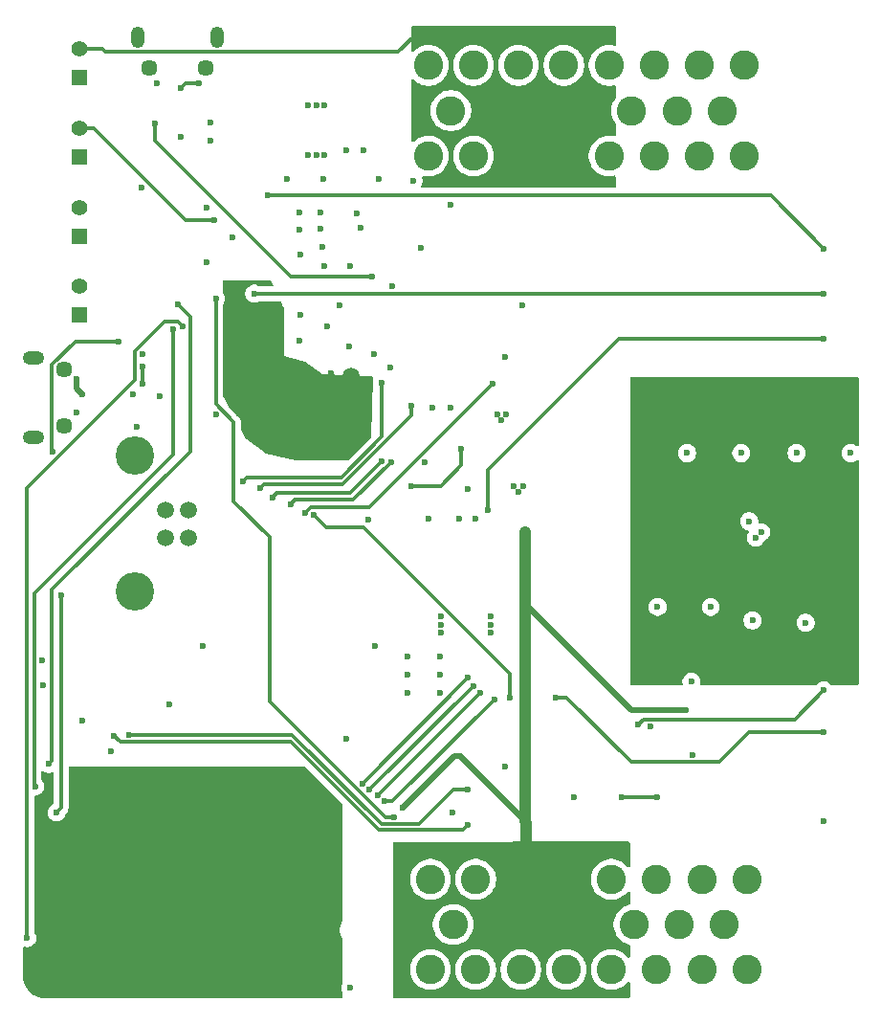
<source format=gbr>
%TF.GenerationSoftware,KiCad,Pcbnew,9.0.2*%
%TF.CreationDate,2025-06-15T01:14:31-07:00*%
%TF.ProjectId,SDM26LoggerV3.3,53444d32-364c-46f6-9767-657256332e33,rev?*%
%TF.SameCoordinates,Original*%
%TF.FileFunction,Copper,L4,Bot*%
%TF.FilePolarity,Positive*%
%FSLAX46Y46*%
G04 Gerber Fmt 4.6, Leading zero omitted, Abs format (unit mm)*
G04 Created by KiCad (PCBNEW 9.0.2) date 2025-06-15 01:14:31*
%MOMM*%
%LPD*%
G01*
G04 APERTURE LIST*
%TA.AperFunction,HeatsinkPad*%
%ADD10O,1.900000X1.200000*%
%TD*%
%TA.AperFunction,HeatsinkPad*%
%ADD11C,1.450000*%
%TD*%
%TA.AperFunction,ComponentPad*%
%ADD12C,1.500000*%
%TD*%
%TA.AperFunction,ComponentPad*%
%ADD13C,3.400000*%
%TD*%
%TA.AperFunction,ComponentPad*%
%ADD14R,1.416000X1.416000*%
%TD*%
%TA.AperFunction,ComponentPad*%
%ADD15C,1.416000*%
%TD*%
%TA.AperFunction,ComponentPad*%
%ADD16C,2.600000*%
%TD*%
%TA.AperFunction,HeatsinkPad*%
%ADD17O,1.200000X1.900000*%
%TD*%
%TA.AperFunction,ViaPad*%
%ADD18C,0.600000*%
%TD*%
%TA.AperFunction,ViaPad*%
%ADD19C,1.500000*%
%TD*%
%TA.AperFunction,Conductor*%
%ADD20C,0.300000*%
%TD*%
%TA.AperFunction,Conductor*%
%ADD21C,0.500000*%
%TD*%
%TA.AperFunction,Conductor*%
%ADD22C,1.000000*%
%TD*%
G04 APERTURE END LIST*
D10*
%TO.P,J2,6,Shield*%
%TO.N,unconnected-(J2-Shield-Pad6)_4*%
X90962500Y-99900000D03*
D11*
%TO.N,unconnected-(J2-Shield-Pad6)*%
X93662500Y-100900000D03*
%TO.N,unconnected-(J2-Shield-Pad6)_1*%
X93662500Y-105900000D03*
D10*
%TO.N,unconnected-(J2-Shield-Pad6)_3*%
X90962500Y-106900000D03*
%TD*%
D12*
%TO.P,J1,1,VBUS*%
%TO.N,VBUS*%
X104677500Y-115800000D03*
%TO.P,J1,2,D-*%
%TO.N,/USBB_D-*%
X104677500Y-113300000D03*
%TO.P,J1,3,D+*%
%TO.N,/USBB_D+*%
X102677500Y-113300000D03*
%TO.P,J1,4,GND*%
%TO.N,GND*%
X102677500Y-115800000D03*
D13*
%TO.P,J1,5,Shield*%
%TO.N,unconnected-(J1-Shield-Pad5)*%
X99967500Y-108530000D03*
%TO.P,J1,6*%
%TO.N,N/C*%
X99967500Y-120570000D03*
%TD*%
D14*
%TO.P,LED3,1,K*%
%TO.N,Net-(LED3-K)*%
X95000000Y-75100000D03*
D15*
%TO.P,LED3,2,A*%
%TO.N,+5V*%
X95000000Y-72560000D03*
%TD*%
D14*
%TO.P,LED4,1,K*%
%TO.N,Net-(LED4-K)*%
X95000000Y-82100000D03*
D15*
%TO.P,LED4,2,A*%
%TO.N,/PPS_LED*%
X95000000Y-79560000D03*
%TD*%
D16*
%TO.P,J5,1,Pin_1*%
%TO.N,/AIN6_EXT*%
X153899999Y-82000000D03*
%TO.P,J5,2,Pin_2*%
%TO.N,/AIN7_EXT*%
X149900000Y-82000000D03*
%TO.P,J5,3,Pin_3*%
%TO.N,GND*%
X145900000Y-82000000D03*
%TO.P,J5,4,Pin_4*%
X141900000Y-82000000D03*
%TO.P,J5,5,Pin_5*%
%TO.N,+5V*%
X137900001Y-82000000D03*
%TO.P,J5,6,Pin_6*%
X133900001Y-82000000D03*
%TO.P,J5,7,Pin_7*%
%TO.N,/CAN-*%
X129900002Y-82000000D03*
%TO.P,J5,8,Pin_8*%
%TO.N,/CAN+*%
X125900002Y-82000000D03*
%TO.P,J5,9,Pin_9*%
%TO.N,unconnected-(J5-Pin_9-Pad9)*%
X151900001Y-78000000D03*
%TO.P,J5,10,Pin_10*%
%TO.N,unconnected-(J5-Pin_10-Pad10)*%
X147900001Y-78000000D03*
%TO.P,J5,11,Pin_11*%
%TO.N,unconnected-(J5-Pin_11-Pad11)*%
X143900001Y-78000000D03*
%TO.P,J5,12,Pin_12*%
%TO.N,+5V*%
X139900002Y-78000000D03*
%TO.P,J5,13,Pin_13*%
X135900002Y-78000000D03*
%TO.P,J5,14,Pin_14*%
X131900003Y-78000000D03*
%TO.P,J5,15,Pin_15*%
%TO.N,unconnected-(J5-Pin_15-Pad15)*%
X127900003Y-78000000D03*
%TO.P,J5,16,Pin_16*%
%TO.N,/AIN4_EXT*%
X153899999Y-74000000D03*
%TO.P,J5,17,Pin_17*%
%TO.N,/AIN5_EXT*%
X149900000Y-74000000D03*
%TO.P,J5,18,Pin_18*%
%TO.N,GND*%
X145900000Y-74000000D03*
%TO.P,J5,19,Pin_19*%
X141900000Y-74000000D03*
%TO.P,J5,20,Pin_20*%
%TO.N,unconnected-(J5-Pin_20-Pad20)*%
X137900001Y-74000000D03*
%TO.P,J5,21,Pin_21*%
%TO.N,unconnected-(J5-Pin_21-Pad21)*%
X133900001Y-74000000D03*
%TO.P,J5,22,Pin_22*%
%TO.N,GND*%
X129900002Y-74000000D03*
%TO.P,J5,23,Pin_23*%
%TO.N,unconnected-(J5-Pin_23-Pad23)*%
X125900002Y-74000000D03*
%TD*%
D14*
%TO.P,LED2,1,K*%
%TO.N,GND*%
X95000000Y-96100000D03*
D15*
%TO.P,LED2,2,A*%
%TO.N,/USR_LED_RSTR*%
X95000000Y-93560000D03*
%TD*%
D17*
%TO.P,J3,6,Shield*%
%TO.N,unconnected-(J3-Shield-Pad6)_3*%
X107200000Y-71500000D03*
D11*
%TO.N,unconnected-(J3-Shield-Pad6)_5*%
X106200000Y-74200000D03*
%TO.N,unconnected-(J3-Shield-Pad6)_7*%
X101200000Y-74200000D03*
D17*
%TO.N,unconnected-(J3-Shield-Pad6)_2*%
X100200000Y-71500000D03*
%TD*%
D16*
%TO.P,J6,1,Pin_1*%
%TO.N,+BATT*%
X126100001Y-146000000D03*
%TO.P,J6,2,Pin_2*%
%TO.N,GND*%
X130100000Y-146000000D03*
%TO.P,J6,3,Pin_3*%
%TO.N,+5V*%
X134100000Y-146000000D03*
%TO.P,J6,4,Pin_4*%
X138100000Y-146000000D03*
%TO.P,J6,5,Pin_5*%
%TO.N,unconnected-(J6-Pin_5-Pad5)*%
X142099999Y-146000000D03*
%TO.P,J6,6,Pin_6*%
%TO.N,unconnected-(J6-Pin_6-Pad6)*%
X146099999Y-146000000D03*
%TO.P,J6,7,Pin_7*%
%TO.N,/AIN0_EXT*%
X150099998Y-146000000D03*
%TO.P,J6,8,Pin_8*%
%TO.N,/AIN1_EXT*%
X154099998Y-146000000D03*
%TO.P,J6,9,Pin_9*%
%TO.N,unconnected-(J6-Pin_9-Pad9)*%
X128099999Y-150000000D03*
%TO.P,J6,10,Pin_10*%
%TO.N,+5V*%
X132099999Y-150000000D03*
%TO.P,J6,11,Pin_11*%
X136099999Y-150000000D03*
%TO.P,J6,12,Pin_12*%
X140099998Y-150000000D03*
%TO.P,J6,13,Pin_13*%
%TO.N,unconnected-(J6-Pin_13-Pad13)*%
X144099998Y-150000000D03*
%TO.P,J6,14,Pin_14*%
%TO.N,unconnected-(J6-Pin_14-Pad14)*%
X148099997Y-150000000D03*
%TO.P,J6,15,Pin_15*%
%TO.N,unconnected-(J6-Pin_15-Pad15)*%
X152099997Y-150000000D03*
%TO.P,J6,16,Pin_16*%
%TO.N,GND*%
X126100001Y-154000000D03*
%TO.P,J6,17,Pin_17*%
X130100000Y-154000000D03*
%TO.P,J6,18,Pin_18*%
X134100000Y-154000000D03*
%TO.P,J6,19,Pin_19*%
X138100000Y-154000000D03*
%TO.P,J6,20,Pin_20*%
X142099999Y-154000000D03*
%TO.P,J6,21,Pin_21*%
X146099999Y-154000000D03*
%TO.P,J6,22,Pin_22*%
%TO.N,/AIN2_EXT*%
X150099998Y-154000000D03*
%TO.P,J6,23,Pin_23*%
%TO.N,/AIN3_EXT*%
X154099998Y-154000000D03*
%TD*%
D14*
%TO.P,LED1,1,K*%
%TO.N,GND*%
X95000000Y-89100000D03*
D15*
%TO.P,LED1,2,A*%
%TO.N,/PWR_LED*%
X95000000Y-86560000D03*
%TD*%
D18*
%TO.N,GND*%
X122670000Y-93550000D03*
X154887500Y-115787500D03*
X116370000Y-88480000D03*
X126900000Y-126300000D03*
X108100000Y-98400000D03*
X113200000Y-107900000D03*
X116660000Y-149120000D03*
X100500000Y-84800000D03*
X104003640Y-80300000D03*
X121100000Y-99500000D03*
X97800000Y-134700000D03*
X94800000Y-142600000D03*
X131419706Y-122772696D03*
X111010000Y-143760000D03*
X118600000Y-133600000D03*
X126300000Y-104300000D03*
X118060000Y-95260000D03*
X131419706Y-124172696D03*
D19*
X114200000Y-101500000D03*
D18*
X138800000Y-138700000D03*
X99800000Y-152600000D03*
X133500000Y-111200000D03*
X114500000Y-87030000D03*
X112440000Y-149130000D03*
D19*
X114100000Y-106600000D03*
D18*
X114700000Y-100500000D03*
X116680818Y-77550280D03*
X104800000Y-150100000D03*
D19*
X119100000Y-106500000D03*
D18*
X110500000Y-144370000D03*
X94800000Y-152600000D03*
X117400000Y-147260000D03*
X109200000Y-104800000D03*
X130100000Y-114100000D03*
X99800000Y-145100000D03*
X112870000Y-141180000D03*
X120600000Y-114200000D03*
X114500000Y-102700000D03*
X114670000Y-141100000D03*
X110500000Y-97300000D03*
X111800000Y-107900000D03*
X119540000Y-87060000D03*
X125593237Y-109126002D03*
X132400000Y-105400000D03*
X117360000Y-144540000D03*
X119000000Y-91770000D03*
X97300000Y-153850000D03*
X155387500Y-115287500D03*
X108100000Y-101100000D03*
X99800000Y-155100000D03*
X119900000Y-104700000D03*
X159300000Y-123300000D03*
X132700000Y-99800000D03*
X114590000Y-90730000D03*
X117100000Y-107500000D03*
X113200000Y-100500000D03*
X112600000Y-96800000D03*
X146200000Y-121900000D03*
X99800000Y-103100000D03*
X106580818Y-80650280D03*
X163300000Y-108300000D03*
X126900000Y-129500000D03*
X94800000Y-150100000D03*
X160900000Y-140900000D03*
X95300000Y-132000000D03*
X127019706Y-124172696D03*
X108600000Y-103600000D03*
X150900000Y-121900000D03*
X122500000Y-100700000D03*
X124100000Y-126300000D03*
X158500000Y-108300000D03*
X102300000Y-153850000D03*
X126900000Y-127900000D03*
X115980818Y-77550280D03*
X99800000Y-147600000D03*
X115980818Y-81950280D03*
X110000000Y-101000000D03*
X107300000Y-153850000D03*
X116500000Y-90100000D03*
X118600000Y-81500000D03*
X112350000Y-142590000D03*
X94800000Y-104700000D03*
X102300000Y-141350000D03*
X115770000Y-150630000D03*
X100100000Y-106000000D03*
X105900000Y-125400000D03*
X132800000Y-104900000D03*
X106300000Y-91410000D03*
X97300000Y-148850000D03*
X117380000Y-148170000D03*
X99800000Y-150100000D03*
X154600000Y-123100000D03*
X134200000Y-95200000D03*
X110500000Y-107000000D03*
X149300000Y-135000000D03*
X128075000Y-140100000D03*
X112540000Y-150610000D03*
X115520000Y-141100000D03*
X97300000Y-143850000D03*
X104800000Y-155100000D03*
X124100000Y-129500000D03*
X115600000Y-101200000D03*
X97300000Y-141350000D03*
X127900000Y-86300000D03*
X121530000Y-84040000D03*
X104800000Y-145100000D03*
X113870000Y-150700000D03*
X104800000Y-140100000D03*
X116400000Y-141350000D03*
X99800000Y-140100000D03*
X121200000Y-125400000D03*
X107300000Y-146350000D03*
X104800000Y-147600000D03*
X110500000Y-100300000D03*
X116950000Y-97050000D03*
X117370000Y-145920000D03*
X149200000Y-128500000D03*
X111640000Y-143260000D03*
X133900000Y-111700000D03*
X106300000Y-86600000D03*
X132700000Y-136000000D03*
X145600000Y-132500000D03*
X109900000Y-105900000D03*
X113415380Y-84084620D03*
X124600000Y-84200000D03*
X115280818Y-77550280D03*
X112500000Y-149930000D03*
X94800000Y-155100000D03*
D19*
X119100000Y-101500000D03*
D18*
X107300000Y-148850000D03*
X110670000Y-147350000D03*
X102300000Y-143850000D03*
X116560000Y-142200000D03*
X134300000Y-111200000D03*
X115600000Y-107500000D03*
X116620000Y-84050000D03*
X153600000Y-108300000D03*
X107300000Y-141350000D03*
X116730000Y-91780000D03*
X119900000Y-88380000D03*
X132000000Y-104900000D03*
X117350000Y-143150000D03*
X131419706Y-123472696D03*
X111920000Y-148520000D03*
X94800000Y-147600000D03*
X116330000Y-87040000D03*
X102300000Y-151350000D03*
X104800000Y-142600000D03*
X127019706Y-122772696D03*
X108100000Y-99800000D03*
X112200000Y-95700000D03*
X101890000Y-75597500D03*
X124100000Y-127900000D03*
X106580818Y-79050280D03*
X116490000Y-149920000D03*
X119900000Y-103400000D03*
X94800000Y-145100000D03*
X112600000Y-98100000D03*
X115280818Y-81950280D03*
X97300000Y-151350000D03*
X114500000Y-98370000D03*
X91700000Y-126600000D03*
X112600000Y-99400000D03*
X129400000Y-111500000D03*
X104800000Y-152600000D03*
X100610000Y-99540000D03*
X125224500Y-90107500D03*
X99800000Y-142600000D03*
X114780000Y-150690000D03*
X108100000Y-96700000D03*
X118890000Y-98870000D03*
X127019706Y-123472696D03*
X107300000Y-151350000D03*
X116680818Y-81950280D03*
X148800000Y-108300000D03*
X114530000Y-88540000D03*
X94800000Y-140100000D03*
X108900000Y-94800000D03*
X108100000Y-102300000D03*
X114550000Y-96100000D03*
X108893948Y-95692435D03*
X111320000Y-147950000D03*
X113730000Y-141120000D03*
X97300000Y-146350000D03*
X117300000Y-101200000D03*
X112570000Y-141850000D03*
X107300000Y-143850000D03*
X128600000Y-114100000D03*
%TO.N,+3.3V*%
X102100000Y-103300000D03*
X91800000Y-128800000D03*
X103000000Y-130500000D03*
X127900000Y-104300000D03*
X107100000Y-104900000D03*
X108600000Y-89200000D03*
X154300000Y-114325000D03*
X125900000Y-114100000D03*
X119000000Y-155600000D03*
X120200000Y-81500000D03*
%TO.N,/5V_SMPS_OUT*%
X115800000Y-113800000D03*
X160900000Y-133000000D03*
X137200000Y-129900000D03*
X133100000Y-129900000D03*
%TO.N,Net-(U3-MODE)*%
X128800000Y-107900000D03*
X124400000Y-111200000D03*
%TO.N,VBUS*%
X95262990Y-103106250D03*
X94760380Y-101770380D03*
%TO.N,+5V*%
X148700000Y-131000000D03*
X123600000Y-139700000D03*
X134500000Y-115300000D03*
X128700000Y-135100000D03*
%TO.N,+5VA*%
X146900000Y-127000000D03*
X156500000Y-127000000D03*
X146900000Y-104400000D03*
X144500000Y-128050000D03*
X152300000Y-117400000D03*
X151700000Y-127000000D03*
X161300000Y-127000000D03*
X156500000Y-104400000D03*
X151700000Y-104400000D03*
X161300000Y-104400000D03*
%TO.N,/I2C1_SCL*%
X129400000Y-138100000D03*
X99400000Y-133200000D03*
%TO.N,/CAN_TERM*%
X131630000Y-102170000D03*
X115023884Y-113605971D03*
%TO.N,/USER_LED*%
X92690380Y-108190380D03*
X93400000Y-120900000D03*
X93000000Y-140100000D03*
X98500000Y-98400000D03*
%TO.N,/CAN_CTX*%
X122594238Y-109125001D03*
X113700000Y-112800000D03*
%TO.N,/CAN_RTX*%
X121800000Y-109000000D03*
X112100000Y-112200000D03*
%TO.N,/I2C1_SDA*%
X129400000Y-141200000D03*
X98100000Y-133300000D03*
%TO.N,/ADC_CLK*%
X130500000Y-129500000D03*
X121400000Y-138600000D03*
%TO.N,/ADC_CS*%
X131734313Y-130065687D03*
X122024697Y-139099758D03*
%TO.N,/ADC_DOUT*%
X129900000Y-128900000D03*
X120700000Y-138100000D03*
%TO.N,Net-(U6-MODE)*%
X146200000Y-138700000D03*
X143000000Y-138700000D03*
%TO.N,/ADC_DIN*%
X120059620Y-137540380D03*
X129400000Y-128200000D03*
%TO.N,/Safeboot*%
X111700000Y-85500000D03*
X160900000Y-90200000D03*
%TO.N,/PPS_LED*%
X107000000Y-87700000D03*
%TO.N,/RTK_STAT*%
X120949000Y-92700000D03*
X101700000Y-79100000D03*
%TO.N,/PROG_D+*%
X100620000Y-100680000D03*
X100600000Y-102160000D03*
%TO.N,/UART2_TX*%
X124400000Y-104100000D03*
X111000000Y-111400000D03*
%TO.N,/ST*%
X131200000Y-113300000D03*
X160900000Y-98200000D03*
%TO.N,/UART2_RX*%
X121800000Y-102100000D03*
X109480339Y-110780339D03*
%TO.N,/CHIP_PU*%
X122900000Y-140500000D03*
X107100000Y-94600000D03*
%TO.N,/U0TXD*%
X90400000Y-151200000D03*
X104200000Y-97100000D03*
%TO.N,/GPIO0*%
X103700000Y-95100000D03*
X92300000Y-135800000D03*
%TO.N,/U0RXD*%
X103300000Y-97300000D03*
X91100000Y-137800000D03*
%TO.N,Net-(U6-ST)*%
X144500000Y-132300000D03*
X160900000Y-129300000D03*
%TO.N,/GPS_VUSB*%
X104000000Y-75967500D03*
X105615000Y-75552500D03*
%TO.N,Net-(IC7-RESET_N)*%
X110500000Y-94200000D03*
X160900000Y-94200000D03*
%TD*%
D20*
%TO.N,/5V_SMPS_OUT*%
X120200000Y-114900000D02*
X133100000Y-127800000D01*
X137200000Y-129900000D02*
X138100000Y-129900000D01*
X138100000Y-129900000D02*
X143851000Y-135651000D01*
X115800000Y-113800000D02*
X116900000Y-114900000D01*
X154300000Y-133000000D02*
X160900000Y-133000000D01*
X151649000Y-135651000D02*
X154300000Y-133000000D01*
X116900000Y-114900000D02*
X120200000Y-114900000D01*
X143851000Y-135651000D02*
X151649000Y-135651000D01*
X133100000Y-127800000D02*
X133100000Y-129900000D01*
%TO.N,Net-(U3-MODE)*%
X128800000Y-107900000D02*
X128800000Y-109400000D01*
X128800000Y-109400000D02*
X127000000Y-111200000D01*
X127000000Y-111200000D02*
X124400000Y-111200000D01*
D21*
%TO.N,VBUS*%
X94760380Y-101770380D02*
X94760380Y-102603640D01*
X94760380Y-102603640D02*
X95262990Y-103106250D01*
D22*
%TO.N,+5V*%
X139900002Y-78000000D02*
X135900002Y-78000000D01*
D20*
X123250000Y-72800000D02*
X124650000Y-71400000D01*
D21*
X143900000Y-131000000D02*
X134600000Y-121700000D01*
D20*
X97300000Y-72800000D02*
X123250000Y-72800000D01*
D22*
X137900001Y-79999999D02*
X135900002Y-78000000D01*
X140099998Y-147999998D02*
X138100000Y-146000000D01*
X139900002Y-79999999D02*
X137900001Y-82000000D01*
X133900001Y-82000000D02*
X137900001Y-82000000D01*
D20*
X97060000Y-72560000D02*
X97300000Y-72800000D01*
D22*
X134100000Y-148000001D02*
X136099999Y-150000000D01*
X134100000Y-146000000D02*
X134100000Y-148000001D01*
X134600000Y-145500000D02*
X134600000Y-141000000D01*
X134600000Y-141000000D02*
X134500000Y-140900000D01*
X139900002Y-78000000D02*
X139900002Y-79999999D01*
D20*
X95000000Y-72560000D02*
X97060000Y-72560000D01*
D21*
X128200000Y-135100000D02*
X128700000Y-135100000D01*
D22*
X140099998Y-150000000D02*
X140099998Y-147999998D01*
D21*
X128800000Y-135160000D02*
X134600000Y-140960000D01*
D22*
X132099999Y-148000001D02*
X134100000Y-146000000D01*
X131900003Y-80000002D02*
X133900001Y-82000000D01*
X131900003Y-78000000D02*
X131900003Y-80000002D01*
D21*
X128700000Y-135100000D02*
X128760000Y-135160000D01*
D22*
X133900001Y-82000000D02*
X133900001Y-80000001D01*
X134100000Y-146000000D02*
X138100000Y-146000000D01*
X138100000Y-146000000D02*
X138100000Y-147999999D01*
D21*
X148700000Y-131000000D02*
X143900000Y-131000000D01*
D22*
X134500000Y-140900000D02*
X134500000Y-115300000D01*
X136099999Y-150000000D02*
X140099998Y-150000000D01*
X132099999Y-150000000D02*
X136099999Y-150000000D01*
D21*
X123600000Y-139700000D02*
X128200000Y-135100000D01*
D22*
X137900001Y-82000000D02*
X137900001Y-79999999D01*
X135900002Y-78000000D02*
X131900003Y-78000000D01*
X133900001Y-80000001D02*
X135900002Y-78000000D01*
D21*
X128760000Y-135160000D02*
X128800000Y-135160000D01*
D22*
X138100000Y-147999999D02*
X136099999Y-150000000D01*
D21*
X134600000Y-140960000D02*
X134600000Y-141000000D01*
D22*
X132099999Y-150000000D02*
X132099999Y-148000001D01*
D20*
%TO.N,/I2C1_SCL*%
X113800000Y-133200000D02*
X121751000Y-141151000D01*
X99400000Y-133200000D02*
X113800000Y-133200000D01*
X121751000Y-141151000D02*
X125051104Y-141151000D01*
X128102104Y-138100000D02*
X129400000Y-138100000D01*
X125051104Y-141151000D02*
X128102104Y-138100000D01*
%TO.N,/CAN_TERM*%
X131630000Y-102170000D02*
X120675069Y-113124931D01*
X115504924Y-113124931D02*
X115023884Y-113605971D01*
X120675069Y-113124931D02*
X115504924Y-113124931D01*
%TO.N,/USER_LED*%
X93400000Y-139700000D02*
X93000000Y-140100000D01*
X92690380Y-108190380D02*
X92586500Y-108086500D01*
X92586500Y-108086500D02*
X92586500Y-100454306D01*
X94640806Y-98400000D02*
X98500000Y-98400000D01*
X93400000Y-120900000D02*
X93400000Y-139700000D01*
X92586500Y-100454306D02*
X94640806Y-98400000D01*
%TO.N,/CAN_CTX*%
X113700000Y-112800000D02*
X114050000Y-112450000D01*
X119269239Y-112450000D02*
X122594238Y-109125001D01*
X114050000Y-112450000D02*
X119269239Y-112450000D01*
%TO.N,/CAN_RTX*%
X112100000Y-112200000D02*
X112500000Y-111800000D01*
X112500000Y-111800000D02*
X119000000Y-111800000D01*
X119000000Y-111800000D02*
X121800000Y-109000000D01*
%TO.N,/I2C1_SDA*%
X129400000Y-141200000D02*
X128948000Y-141652000D01*
X98651000Y-133851000D02*
X98100000Y-133300000D01*
X128948000Y-141652000D02*
X121543480Y-141652000D01*
X121543480Y-141652000D02*
X113742480Y-133851000D01*
X113742480Y-133851000D02*
X98651000Y-133851000D01*
%TO.N,/ADC_CLK*%
X130500000Y-129500000D02*
X121400000Y-138600000D01*
%TO.N,/ADC_CS*%
X122700242Y-139099758D02*
X122024697Y-139099758D01*
X131734313Y-130065687D02*
X122700242Y-139099758D01*
%TO.N,/ADC_DOUT*%
X129900000Y-128900000D02*
X120700000Y-138100000D01*
%TO.N,Net-(U6-MODE)*%
X143000000Y-138700000D02*
X146200000Y-138700000D01*
%TO.N,/ADC_DIN*%
X120059620Y-137540380D02*
X129400000Y-128200000D01*
%TO.N,/Safeboot*%
X111700000Y-85500000D02*
X156200000Y-85500000D01*
X156200000Y-85500000D02*
X160900000Y-90200000D01*
%TO.N,/PPS_LED*%
X104400000Y-87700000D02*
X107000000Y-87700000D01*
X95000000Y-79560000D02*
X96260000Y-79560000D01*
X96260000Y-79560000D02*
X104400000Y-87700000D01*
%TO.N,/RTK_STAT*%
X101700000Y-80700000D02*
X113701000Y-92701000D01*
X101700000Y-79100000D02*
X101700000Y-80700000D01*
X113811654Y-92699000D02*
X120950000Y-92699000D01*
X120950000Y-92699000D02*
X120949000Y-92700000D01*
X113701000Y-92701000D02*
X113809654Y-92701000D01*
X113809654Y-92701000D02*
X113811654Y-92699000D01*
%TO.N,/PROG_D+*%
X100600000Y-102160000D02*
X100600000Y-100700000D01*
%TO.N,/UART2_TX*%
X124400000Y-105000000D02*
X124400000Y-104100000D01*
X111000000Y-111400000D02*
X111325000Y-111075000D01*
X118325000Y-111075000D02*
X124400000Y-105000000D01*
X111325000Y-111075000D02*
X118325000Y-111075000D01*
%TO.N,/ST*%
X142800000Y-98200000D02*
X160900000Y-98200000D01*
X131200000Y-113300000D02*
X131200000Y-109800000D01*
X131200000Y-109800000D02*
X142800000Y-98200000D01*
%TO.N,/UART2_RX*%
X109835678Y-110425000D02*
X118232050Y-110425000D01*
X118232050Y-110425000D02*
X121800000Y-106857050D01*
X121800000Y-106857050D02*
X121800000Y-102100000D01*
X109480339Y-110780339D02*
X109835678Y-110425000D01*
%TO.N,/CHIP_PU*%
X111854346Y-130254346D02*
X111854346Y-115754346D01*
X108649000Y-105528346D02*
X107100000Y-103979346D01*
X122900000Y-140500000D02*
X122100000Y-140500000D01*
X122100000Y-140500000D02*
X111854346Y-130254346D01*
X111854346Y-115754346D02*
X108649000Y-112549000D01*
X108649000Y-112549000D02*
X108649000Y-105528346D01*
X107100000Y-103979346D02*
X107100000Y-94600000D01*
%TO.N,/U0TXD*%
X90400000Y-111400000D02*
X99959000Y-101841000D01*
X99959000Y-101841000D02*
X99959000Y-99270346D01*
X103749000Y-96649000D02*
X104200000Y-97100000D01*
X90400000Y-151200000D02*
X90400000Y-111400000D01*
X102580346Y-96649000D02*
X103749000Y-96649000D01*
X99959000Y-99270346D02*
X102580346Y-96649000D01*
%TO.N,/GPIO0*%
X92600000Y-120400000D02*
X104851000Y-108149000D01*
X104851000Y-96251000D02*
X103700000Y-95100000D01*
X92300000Y-135800000D02*
X92600000Y-135500000D01*
X92600000Y-135500000D02*
X92600000Y-120400000D01*
X104851000Y-108149000D02*
X104851000Y-96251000D01*
%TO.N,/U0RXD*%
X91000000Y-137700000D02*
X91000000Y-120700000D01*
X91100000Y-137800000D02*
X91000000Y-137700000D01*
X91000000Y-120700000D02*
X103300000Y-108400000D01*
X103300000Y-108400000D02*
X103300000Y-97300000D01*
%TO.N,Net-(U6-ST)*%
X144500000Y-132300000D02*
X144951000Y-131849000D01*
X158351000Y-131849000D02*
X160900000Y-129300000D01*
X144951000Y-131849000D02*
X158351000Y-131849000D01*
%TO.N,/GPS_VUSB*%
X104415000Y-75552500D02*
X104000000Y-75967500D01*
X105615000Y-75552500D02*
X104415000Y-75552500D01*
%TO.N,Net-(IC7-RESET_N)*%
X110500000Y-94200000D02*
X160900000Y-94200000D01*
%TD*%
%TA.AperFunction,Conductor*%
%TO.N,GND*%
G36*
X111979999Y-93019685D02*
G01*
X112025547Y-93072037D01*
X112164701Y-93373537D01*
X112174922Y-93442655D01*
X112146152Y-93506326D01*
X112087526Y-93544336D01*
X112052114Y-93549500D01*
X111004935Y-93549500D01*
X110937896Y-93529815D01*
X110936090Y-93528633D01*
X110879179Y-93490606D01*
X110879172Y-93490602D01*
X110733501Y-93430264D01*
X110733489Y-93430261D01*
X110578845Y-93399500D01*
X110578842Y-93399500D01*
X110421158Y-93399500D01*
X110421155Y-93399500D01*
X110266510Y-93430261D01*
X110266498Y-93430264D01*
X110120827Y-93490602D01*
X110120814Y-93490609D01*
X109989711Y-93578210D01*
X109989707Y-93578213D01*
X109878213Y-93689707D01*
X109878210Y-93689711D01*
X109790609Y-93820814D01*
X109790602Y-93820827D01*
X109730264Y-93966498D01*
X109730261Y-93966510D01*
X109699500Y-94121153D01*
X109699500Y-94278846D01*
X109730261Y-94433489D01*
X109730264Y-94433501D01*
X109790602Y-94579172D01*
X109790609Y-94579185D01*
X109878210Y-94710288D01*
X109878213Y-94710292D01*
X109989707Y-94821786D01*
X109989711Y-94821789D01*
X110120814Y-94909390D01*
X110120827Y-94909397D01*
X110266498Y-94969735D01*
X110266503Y-94969737D01*
X110421153Y-95000499D01*
X110421156Y-95000500D01*
X110421158Y-95000500D01*
X110578844Y-95000500D01*
X110578845Y-95000499D01*
X110733497Y-94969737D01*
X110879179Y-94909394D01*
X110936044Y-94871397D01*
X111002721Y-94850520D01*
X111004935Y-94850500D01*
X112767038Y-94850500D01*
X112834077Y-94870185D01*
X112879623Y-94922535D01*
X113088587Y-95375288D01*
X113100000Y-95427251D01*
X113100000Y-99700000D01*
X114977223Y-100194006D01*
X115018993Y-100213928D01*
X116499998Y-101299999D01*
X116500000Y-101300000D01*
X120878258Y-101494589D01*
X120944357Y-101517231D01*
X120987722Y-101572014D01*
X120996707Y-101621817D01*
X120855858Y-106833187D01*
X120834369Y-106899670D01*
X120819584Y-106917518D01*
X118873423Y-108863681D01*
X118812100Y-108897166D01*
X118785742Y-108900000D01*
X114213611Y-108900000D01*
X114186712Y-108897047D01*
X111524286Y-108305397D01*
X111479676Y-108285654D01*
X109823835Y-107116824D01*
X109786166Y-107074308D01*
X109314322Y-106198026D01*
X109299500Y-106139238D01*
X109299500Y-105464274D01*
X109274502Y-105338607D01*
X109274501Y-105338606D01*
X109274501Y-105338602D01*
X109225465Y-105220219D01*
X109154277Y-105113677D01*
X109154275Y-105113675D01*
X109154273Y-105113672D01*
X109154272Y-105113671D01*
X108248834Y-104208234D01*
X108227337Y-104179341D01*
X107765322Y-103321311D01*
X107750500Y-103262523D01*
X107750500Y-95104935D01*
X107770185Y-95037896D01*
X107771366Y-95036090D01*
X107809394Y-94979179D01*
X107869737Y-94833497D01*
X107900500Y-94678842D01*
X107900500Y-94521158D01*
X107900500Y-94521155D01*
X107900499Y-94521153D01*
X107869738Y-94366510D01*
X107869737Y-94366503D01*
X107827308Y-94264069D01*
X107809397Y-94220827D01*
X107809390Y-94220814D01*
X107720898Y-94088377D01*
X107700020Y-94021700D01*
X107700000Y-94019486D01*
X107700000Y-93124000D01*
X107719685Y-93056961D01*
X107772489Y-93011206D01*
X107824000Y-93000000D01*
X111912960Y-93000000D01*
X111979999Y-93019685D01*
G37*
%TD.AperFunction*%
%TD*%
%TA.AperFunction,Conductor*%
%TO.N,GND*%
G36*
X115037211Y-136069685D02*
G01*
X115057853Y-136086319D01*
X118288681Y-139317147D01*
X118322166Y-139378470D01*
X118325000Y-139404828D01*
X118325000Y-149623570D01*
X118305315Y-149690609D01*
X118301322Y-149696450D01*
X118297501Y-149701709D01*
X118297499Y-149701712D01*
X118188673Y-149915293D01*
X118188672Y-149915296D01*
X118114600Y-150143270D01*
X118077101Y-150380030D01*
X118077101Y-150619739D01*
X118114600Y-150856499D01*
X118188672Y-151084473D01*
X118188673Y-151084476D01*
X118207364Y-151121158D01*
X118297500Y-151298059D01*
X118301317Y-151303313D01*
X118324798Y-151369115D01*
X118325000Y-151376198D01*
X118325000Y-155131731D01*
X118305315Y-155198770D01*
X118304103Y-155200620D01*
X118290611Y-155220812D01*
X118290602Y-155220828D01*
X118230264Y-155366498D01*
X118230261Y-155366510D01*
X118199500Y-155521153D01*
X118199500Y-155678846D01*
X118230261Y-155833489D01*
X118230264Y-155833501D01*
X118290602Y-155979172D01*
X118290607Y-155979181D01*
X118304101Y-155999375D01*
X118324980Y-156066052D01*
X118325000Y-156068268D01*
X118325000Y-156375500D01*
X118305315Y-156442539D01*
X118252511Y-156488294D01*
X118201000Y-156499500D01*
X92004067Y-156499500D01*
X91995957Y-156499235D01*
X91747116Y-156482925D01*
X91731035Y-156480807D01*
X91490464Y-156432954D01*
X91474797Y-156428756D01*
X91242520Y-156349909D01*
X91227534Y-156343702D01*
X91007539Y-156235212D01*
X90993492Y-156227102D01*
X90789539Y-156090825D01*
X90776671Y-156080951D01*
X90592250Y-155919218D01*
X90580781Y-155907749D01*
X90419048Y-155723328D01*
X90409174Y-155710460D01*
X90388050Y-155678846D01*
X90272897Y-155506507D01*
X90264787Y-155492460D01*
X90158855Y-155277652D01*
X90156294Y-155272458D01*
X90150090Y-155257479D01*
X90071243Y-155025202D01*
X90067045Y-155009535D01*
X90059186Y-154970026D01*
X90019190Y-154768953D01*
X90017075Y-154752895D01*
X90000765Y-154504043D01*
X90000500Y-154495933D01*
X90000500Y-152086555D01*
X90020185Y-152019516D01*
X90072989Y-151973761D01*
X90142147Y-151963817D01*
X90160411Y-151968840D01*
X90160676Y-151967969D01*
X90166492Y-151969732D01*
X90166503Y-151969737D01*
X90321153Y-152000499D01*
X90321156Y-152000500D01*
X90321158Y-152000500D01*
X90478844Y-152000500D01*
X90478845Y-152000499D01*
X90633497Y-151969737D01*
X90779179Y-151909394D01*
X90910289Y-151821789D01*
X91021789Y-151710289D01*
X91109394Y-151579179D01*
X91169737Y-151433497D01*
X91200500Y-151278842D01*
X91200500Y-151121158D01*
X91200500Y-151121155D01*
X91200499Y-151121153D01*
X91169738Y-150966510D01*
X91169737Y-150966503D01*
X91109394Y-150820821D01*
X91071396Y-150763953D01*
X91050520Y-150697276D01*
X91050500Y-150695064D01*
X91050500Y-138724500D01*
X91070185Y-138657461D01*
X91122989Y-138611706D01*
X91174500Y-138600500D01*
X91178844Y-138600500D01*
X91178845Y-138600499D01*
X91333497Y-138569737D01*
X91479179Y-138509394D01*
X91610289Y-138421789D01*
X91721789Y-138310289D01*
X91809394Y-138179179D01*
X91869737Y-138033497D01*
X91900500Y-137878842D01*
X91900500Y-137721158D01*
X91900500Y-137721155D01*
X91900499Y-137721153D01*
X91869738Y-137566510D01*
X91869737Y-137566503D01*
X91869735Y-137566498D01*
X91809397Y-137420827D01*
X91809390Y-137420814D01*
X91721789Y-137289711D01*
X91721786Y-137289707D01*
X91686819Y-137254740D01*
X91653334Y-137193417D01*
X91650500Y-137167059D01*
X91650500Y-136560759D01*
X91670185Y-136493720D01*
X91722989Y-136447965D01*
X91792147Y-136438021D01*
X91843391Y-136457657D01*
X91897363Y-136493720D01*
X91920821Y-136509394D01*
X91920823Y-136509395D01*
X91920827Y-136509397D01*
X92044828Y-136560759D01*
X92066503Y-136569737D01*
X92221153Y-136600499D01*
X92221156Y-136600500D01*
X92221158Y-136600500D01*
X92378844Y-136600500D01*
X92378845Y-136600499D01*
X92533497Y-136569737D01*
X92578050Y-136551282D01*
X92647515Y-136543814D01*
X92709995Y-136575088D01*
X92745648Y-136635177D01*
X92749500Y-136665844D01*
X92749500Y-139254450D01*
X92729815Y-139321489D01*
X92677011Y-139367244D01*
X92672954Y-139369010D01*
X92620829Y-139390601D01*
X92620814Y-139390609D01*
X92489711Y-139478210D01*
X92489707Y-139478213D01*
X92378213Y-139589707D01*
X92378210Y-139589711D01*
X92290609Y-139720814D01*
X92290602Y-139720827D01*
X92230264Y-139866498D01*
X92230261Y-139866510D01*
X92199500Y-140021153D01*
X92199500Y-140178846D01*
X92230261Y-140333489D01*
X92230264Y-140333501D01*
X92290602Y-140479172D01*
X92290609Y-140479185D01*
X92378210Y-140610288D01*
X92378213Y-140610292D01*
X92489707Y-140721786D01*
X92489711Y-140721789D01*
X92620814Y-140809390D01*
X92620827Y-140809397D01*
X92766498Y-140869735D01*
X92766503Y-140869737D01*
X92921153Y-140900499D01*
X92921156Y-140900500D01*
X92921158Y-140900500D01*
X93078844Y-140900500D01*
X93078845Y-140900499D01*
X93233497Y-140869737D01*
X93379179Y-140809394D01*
X93510289Y-140721789D01*
X93621789Y-140610289D01*
X93709394Y-140479179D01*
X93769737Y-140333497D01*
X93783079Y-140266418D01*
X93815463Y-140204510D01*
X93817016Y-140202929D01*
X93905273Y-140114673D01*
X93905274Y-140114672D01*
X93905274Y-140114671D01*
X93905276Y-140114670D01*
X93976465Y-140008127D01*
X94025501Y-139889744D01*
X94044969Y-139791873D01*
X94050500Y-139764069D01*
X94050500Y-136174000D01*
X94070185Y-136106961D01*
X94122989Y-136061206D01*
X94174500Y-136050000D01*
X114970172Y-136050000D01*
X115037211Y-136069685D01*
G37*
%TD.AperFunction*%
%TD*%
%TA.AperFunction,Conductor*%
%TO.N,+5V*%
G36*
X143692889Y-142689493D02*
G01*
X143738720Y-142742231D01*
X143750000Y-142793905D01*
X143750000Y-144827386D01*
X143730315Y-144894425D01*
X143677511Y-144940180D01*
X143608353Y-144950124D01*
X143544797Y-144921099D01*
X143527624Y-144902873D01*
X143512130Y-144882682D01*
X143456591Y-144810301D01*
X143456589Y-144810299D01*
X143456586Y-144810295D01*
X143289703Y-144643412D01*
X143289696Y-144643406D01*
X143102453Y-144499730D01*
X143102452Y-144499729D01*
X143102449Y-144499727D01*
X143020956Y-144452677D01*
X142898055Y-144381719D01*
X142898044Y-144381714D01*
X142679992Y-144291394D01*
X142452009Y-144230306D01*
X142218019Y-144199501D01*
X142218016Y-144199500D01*
X142218010Y-144199500D01*
X141981988Y-144199500D01*
X141981982Y-144199500D01*
X141981978Y-144199501D01*
X141747988Y-144230306D01*
X141520005Y-144291394D01*
X141301953Y-144381714D01*
X141301942Y-144381719D01*
X141097544Y-144499730D01*
X140910301Y-144643406D01*
X140910294Y-144643412D01*
X140743411Y-144810295D01*
X140743405Y-144810302D01*
X140599729Y-144997545D01*
X140481718Y-145201943D01*
X140481713Y-145201954D01*
X140391393Y-145420006D01*
X140330305Y-145647989D01*
X140299500Y-145881979D01*
X140299499Y-145881995D01*
X140299499Y-146118004D01*
X140299500Y-146118020D01*
X140330305Y-146352010D01*
X140391393Y-146579993D01*
X140481713Y-146798045D01*
X140481718Y-146798056D01*
X140552676Y-146920957D01*
X140599726Y-147002450D01*
X140599728Y-147002453D01*
X140599729Y-147002454D01*
X140743405Y-147189697D01*
X140743411Y-147189704D01*
X140910294Y-147356587D01*
X140910300Y-147356592D01*
X141097549Y-147500273D01*
X141228917Y-147576118D01*
X141301942Y-147618280D01*
X141301947Y-147618282D01*
X141301950Y-147618284D01*
X141520006Y-147708606D01*
X141747985Y-147769693D01*
X141981988Y-147800500D01*
X141981995Y-147800500D01*
X142218003Y-147800500D01*
X142218010Y-147800500D01*
X142452013Y-147769693D01*
X142679992Y-147708606D01*
X142898048Y-147618284D01*
X143102449Y-147500273D01*
X143289698Y-147356592D01*
X143456591Y-147189699D01*
X143527624Y-147097127D01*
X143584052Y-147055924D01*
X143653798Y-147051769D01*
X143714718Y-147085981D01*
X143747471Y-147147698D01*
X143750000Y-147172613D01*
X143750000Y-148134618D01*
X143730315Y-148201657D01*
X143677511Y-148247412D01*
X143658094Y-148254393D01*
X143520004Y-148291394D01*
X143301952Y-148381714D01*
X143301941Y-148381719D01*
X143097543Y-148499730D01*
X142910300Y-148643406D01*
X142910293Y-148643412D01*
X142743410Y-148810295D01*
X142743404Y-148810302D01*
X142599728Y-148997545D01*
X142481717Y-149201943D01*
X142481712Y-149201954D01*
X142391392Y-149420006D01*
X142330304Y-149647989D01*
X142299499Y-149881979D01*
X142299498Y-149881995D01*
X142299498Y-150118004D01*
X142299499Y-150118020D01*
X142330304Y-150352010D01*
X142391392Y-150579993D01*
X142481712Y-150798045D01*
X142481717Y-150798056D01*
X142552675Y-150920957D01*
X142599725Y-151002450D01*
X142599727Y-151002453D01*
X142599728Y-151002454D01*
X142743404Y-151189697D01*
X142743410Y-151189704D01*
X142910293Y-151356587D01*
X142910299Y-151356592D01*
X143097548Y-151500273D01*
X143228916Y-151576118D01*
X143301941Y-151618280D01*
X143301946Y-151618282D01*
X143301949Y-151618284D01*
X143520005Y-151708606D01*
X143658095Y-151745607D01*
X143717754Y-151781971D01*
X143748283Y-151844818D01*
X143750000Y-151865381D01*
X143750000Y-152827386D01*
X143730315Y-152894425D01*
X143677511Y-152940180D01*
X143608353Y-152950124D01*
X143544797Y-152921099D01*
X143527624Y-152902873D01*
X143512130Y-152882682D01*
X143456591Y-152810301D01*
X143456589Y-152810299D01*
X143456586Y-152810295D01*
X143289703Y-152643412D01*
X143289696Y-152643406D01*
X143102453Y-152499730D01*
X143102452Y-152499729D01*
X143102449Y-152499727D01*
X143020956Y-152452677D01*
X142898055Y-152381719D01*
X142898044Y-152381714D01*
X142679992Y-152291394D01*
X142452009Y-152230306D01*
X142218019Y-152199501D01*
X142218016Y-152199500D01*
X142218010Y-152199500D01*
X141981988Y-152199500D01*
X141981982Y-152199500D01*
X141981978Y-152199501D01*
X141747988Y-152230306D01*
X141520005Y-152291394D01*
X141301953Y-152381714D01*
X141301942Y-152381719D01*
X141097544Y-152499730D01*
X140910301Y-152643406D01*
X140910294Y-152643412D01*
X140743411Y-152810295D01*
X140743405Y-152810302D01*
X140599729Y-152997545D01*
X140481718Y-153201943D01*
X140481713Y-153201954D01*
X140391393Y-153420006D01*
X140330305Y-153647989D01*
X140299500Y-153881979D01*
X140299499Y-153881995D01*
X140299499Y-154118004D01*
X140299500Y-154118020D01*
X140330305Y-154352010D01*
X140391393Y-154579993D01*
X140481713Y-154798045D01*
X140481718Y-154798056D01*
X140552676Y-154920957D01*
X140599726Y-155002450D01*
X140599728Y-155002453D01*
X140599729Y-155002454D01*
X140743405Y-155189697D01*
X140743411Y-155189704D01*
X140910294Y-155356587D01*
X140910300Y-155356592D01*
X141097549Y-155500273D01*
X141228917Y-155576118D01*
X141301942Y-155618280D01*
X141301947Y-155618282D01*
X141301950Y-155618284D01*
X141520006Y-155708606D01*
X141747985Y-155769693D01*
X141981988Y-155800500D01*
X141981995Y-155800500D01*
X142218003Y-155800500D01*
X142218010Y-155800500D01*
X142452013Y-155769693D01*
X142679992Y-155708606D01*
X142898048Y-155618284D01*
X143102449Y-155500273D01*
X143289698Y-155356592D01*
X143456591Y-155189699D01*
X143527624Y-155097127D01*
X143584052Y-155055924D01*
X143653798Y-155051769D01*
X143714718Y-155085981D01*
X143747471Y-155147698D01*
X143750000Y-155172613D01*
X143750000Y-156375500D01*
X143730315Y-156442539D01*
X143677511Y-156488294D01*
X143626000Y-156499500D01*
X122924000Y-156499500D01*
X122856961Y-156479815D01*
X122811206Y-156427011D01*
X122800000Y-156375500D01*
X122800000Y-153881995D01*
X124299501Y-153881995D01*
X124299501Y-154118004D01*
X124299502Y-154118020D01*
X124330307Y-154352010D01*
X124391395Y-154579993D01*
X124481715Y-154798045D01*
X124481720Y-154798056D01*
X124552678Y-154920957D01*
X124599728Y-155002450D01*
X124599730Y-155002453D01*
X124599731Y-155002454D01*
X124743407Y-155189697D01*
X124743413Y-155189704D01*
X124910296Y-155356587D01*
X124910302Y-155356592D01*
X125097551Y-155500273D01*
X125228919Y-155576118D01*
X125301944Y-155618280D01*
X125301949Y-155618282D01*
X125301952Y-155618284D01*
X125520008Y-155708606D01*
X125747987Y-155769693D01*
X125981990Y-155800500D01*
X125981997Y-155800500D01*
X126218005Y-155800500D01*
X126218012Y-155800500D01*
X126452015Y-155769693D01*
X126679994Y-155708606D01*
X126898050Y-155618284D01*
X127102451Y-155500273D01*
X127289700Y-155356592D01*
X127456593Y-155189699D01*
X127600274Y-155002450D01*
X127718285Y-154798049D01*
X127808607Y-154579993D01*
X127869694Y-154352014D01*
X127900501Y-154118011D01*
X127900501Y-153881995D01*
X128299500Y-153881995D01*
X128299500Y-154118004D01*
X128299501Y-154118020D01*
X128330306Y-154352010D01*
X128391394Y-154579993D01*
X128481714Y-154798045D01*
X128481719Y-154798056D01*
X128552677Y-154920957D01*
X128599727Y-155002450D01*
X128599729Y-155002453D01*
X128599730Y-155002454D01*
X128743406Y-155189697D01*
X128743412Y-155189704D01*
X128910295Y-155356587D01*
X128910301Y-155356592D01*
X129097550Y-155500273D01*
X129228918Y-155576118D01*
X129301943Y-155618280D01*
X129301948Y-155618282D01*
X129301951Y-155618284D01*
X129520007Y-155708606D01*
X129747986Y-155769693D01*
X129981989Y-155800500D01*
X129981996Y-155800500D01*
X130218004Y-155800500D01*
X130218011Y-155800500D01*
X130452014Y-155769693D01*
X130679993Y-155708606D01*
X130898049Y-155618284D01*
X131102450Y-155500273D01*
X131289699Y-155356592D01*
X131456592Y-155189699D01*
X131600273Y-155002450D01*
X131718284Y-154798049D01*
X131808606Y-154579993D01*
X131869693Y-154352014D01*
X131900500Y-154118011D01*
X131900500Y-153881995D01*
X132299500Y-153881995D01*
X132299500Y-154118004D01*
X132299501Y-154118020D01*
X132330306Y-154352010D01*
X132391394Y-154579993D01*
X132481714Y-154798045D01*
X132481719Y-154798056D01*
X132552677Y-154920957D01*
X132599727Y-155002450D01*
X132599729Y-155002453D01*
X132599730Y-155002454D01*
X132743406Y-155189697D01*
X132743412Y-155189704D01*
X132910295Y-155356587D01*
X132910301Y-155356592D01*
X133097550Y-155500273D01*
X133228918Y-155576118D01*
X133301943Y-155618280D01*
X133301948Y-155618282D01*
X133301951Y-155618284D01*
X133520007Y-155708606D01*
X133747986Y-155769693D01*
X133981989Y-155800500D01*
X133981996Y-155800500D01*
X134218004Y-155800500D01*
X134218011Y-155800500D01*
X134452014Y-155769693D01*
X134679993Y-155708606D01*
X134898049Y-155618284D01*
X135102450Y-155500273D01*
X135289699Y-155356592D01*
X135456592Y-155189699D01*
X135600273Y-155002450D01*
X135718284Y-154798049D01*
X135808606Y-154579993D01*
X135869693Y-154352014D01*
X135900500Y-154118011D01*
X135900500Y-153881995D01*
X136299500Y-153881995D01*
X136299500Y-154118004D01*
X136299501Y-154118020D01*
X136330306Y-154352010D01*
X136391394Y-154579993D01*
X136481714Y-154798045D01*
X136481719Y-154798056D01*
X136552677Y-154920957D01*
X136599727Y-155002450D01*
X136599729Y-155002453D01*
X136599730Y-155002454D01*
X136743406Y-155189697D01*
X136743412Y-155189704D01*
X136910295Y-155356587D01*
X136910301Y-155356592D01*
X137097550Y-155500273D01*
X137228918Y-155576118D01*
X137301943Y-155618280D01*
X137301948Y-155618282D01*
X137301951Y-155618284D01*
X137520007Y-155708606D01*
X137747986Y-155769693D01*
X137981989Y-155800500D01*
X137981996Y-155800500D01*
X138218004Y-155800500D01*
X138218011Y-155800500D01*
X138452014Y-155769693D01*
X138679993Y-155708606D01*
X138898049Y-155618284D01*
X139102450Y-155500273D01*
X139289699Y-155356592D01*
X139456592Y-155189699D01*
X139600273Y-155002450D01*
X139718284Y-154798049D01*
X139808606Y-154579993D01*
X139869693Y-154352014D01*
X139900500Y-154118011D01*
X139900500Y-153881989D01*
X139869693Y-153647986D01*
X139808606Y-153420007D01*
X139718284Y-153201951D01*
X139718282Y-153201948D01*
X139718280Y-153201943D01*
X139676118Y-153128918D01*
X139600273Y-152997550D01*
X139456592Y-152810301D01*
X139456587Y-152810295D01*
X139289704Y-152643412D01*
X139289697Y-152643406D01*
X139102454Y-152499730D01*
X139102453Y-152499729D01*
X139102450Y-152499727D01*
X139020957Y-152452677D01*
X138898056Y-152381719D01*
X138898045Y-152381714D01*
X138679993Y-152291394D01*
X138452010Y-152230306D01*
X138218020Y-152199501D01*
X138218017Y-152199500D01*
X138218011Y-152199500D01*
X137981989Y-152199500D01*
X137981983Y-152199500D01*
X137981979Y-152199501D01*
X137747989Y-152230306D01*
X137520006Y-152291394D01*
X137301954Y-152381714D01*
X137301943Y-152381719D01*
X137097545Y-152499730D01*
X136910302Y-152643406D01*
X136910295Y-152643412D01*
X136743412Y-152810295D01*
X136743406Y-152810302D01*
X136599730Y-152997545D01*
X136481719Y-153201943D01*
X136481714Y-153201954D01*
X136391394Y-153420006D01*
X136330306Y-153647989D01*
X136299501Y-153881979D01*
X136299500Y-153881995D01*
X135900500Y-153881995D01*
X135900500Y-153881989D01*
X135869693Y-153647986D01*
X135808606Y-153420007D01*
X135718284Y-153201951D01*
X135718282Y-153201948D01*
X135718280Y-153201943D01*
X135676118Y-153128918D01*
X135600273Y-152997550D01*
X135456592Y-152810301D01*
X135456587Y-152810295D01*
X135289704Y-152643412D01*
X135289697Y-152643406D01*
X135102454Y-152499730D01*
X135102453Y-152499729D01*
X135102450Y-152499727D01*
X135020957Y-152452677D01*
X134898056Y-152381719D01*
X134898045Y-152381714D01*
X134679993Y-152291394D01*
X134452010Y-152230306D01*
X134218020Y-152199501D01*
X134218017Y-152199500D01*
X134218011Y-152199500D01*
X133981989Y-152199500D01*
X133981983Y-152199500D01*
X133981979Y-152199501D01*
X133747989Y-152230306D01*
X133520006Y-152291394D01*
X133301954Y-152381714D01*
X133301943Y-152381719D01*
X133097545Y-152499730D01*
X132910302Y-152643406D01*
X132910295Y-152643412D01*
X132743412Y-152810295D01*
X132743406Y-152810302D01*
X132599730Y-152997545D01*
X132481719Y-153201943D01*
X132481714Y-153201954D01*
X132391394Y-153420006D01*
X132330306Y-153647989D01*
X132299501Y-153881979D01*
X132299500Y-153881995D01*
X131900500Y-153881995D01*
X131900500Y-153881989D01*
X131869693Y-153647986D01*
X131808606Y-153420007D01*
X131718284Y-153201951D01*
X131718282Y-153201948D01*
X131718280Y-153201943D01*
X131676118Y-153128918D01*
X131600273Y-152997550D01*
X131456592Y-152810301D01*
X131456587Y-152810295D01*
X131289704Y-152643412D01*
X131289697Y-152643406D01*
X131102454Y-152499730D01*
X131102453Y-152499729D01*
X131102450Y-152499727D01*
X131020957Y-152452677D01*
X130898056Y-152381719D01*
X130898045Y-152381714D01*
X130679993Y-152291394D01*
X130452010Y-152230306D01*
X130218020Y-152199501D01*
X130218017Y-152199500D01*
X130218011Y-152199500D01*
X129981989Y-152199500D01*
X129981983Y-152199500D01*
X129981979Y-152199501D01*
X129747989Y-152230306D01*
X129520006Y-152291394D01*
X129301954Y-152381714D01*
X129301943Y-152381719D01*
X129097545Y-152499730D01*
X128910302Y-152643406D01*
X128910295Y-152643412D01*
X128743412Y-152810295D01*
X128743406Y-152810302D01*
X128599730Y-152997545D01*
X128481719Y-153201943D01*
X128481714Y-153201954D01*
X128391394Y-153420006D01*
X128330306Y-153647989D01*
X128299501Y-153881979D01*
X128299500Y-153881995D01*
X127900501Y-153881995D01*
X127900501Y-153881989D01*
X127869694Y-153647986D01*
X127808607Y-153420007D01*
X127718285Y-153201951D01*
X127718283Y-153201948D01*
X127718281Y-153201943D01*
X127676119Y-153128918D01*
X127600274Y-152997550D01*
X127456593Y-152810301D01*
X127456588Y-152810295D01*
X127289705Y-152643412D01*
X127289698Y-152643406D01*
X127102455Y-152499730D01*
X127102454Y-152499729D01*
X127102451Y-152499727D01*
X127020958Y-152452677D01*
X126898057Y-152381719D01*
X126898046Y-152381714D01*
X126679994Y-152291394D01*
X126452011Y-152230306D01*
X126218021Y-152199501D01*
X126218018Y-152199500D01*
X126218012Y-152199500D01*
X125981990Y-152199500D01*
X125981984Y-152199500D01*
X125981980Y-152199501D01*
X125747990Y-152230306D01*
X125520007Y-152291394D01*
X125301955Y-152381714D01*
X125301944Y-152381719D01*
X125097546Y-152499730D01*
X124910303Y-152643406D01*
X124910296Y-152643412D01*
X124743413Y-152810295D01*
X124743407Y-152810302D01*
X124599731Y-152997545D01*
X124481720Y-153201943D01*
X124481715Y-153201954D01*
X124391395Y-153420006D01*
X124330307Y-153647989D01*
X124299502Y-153881979D01*
X124299501Y-153881995D01*
X122800000Y-153881995D01*
X122800000Y-149881995D01*
X126299499Y-149881995D01*
X126299499Y-150118004D01*
X126299500Y-150118020D01*
X126330305Y-150352010D01*
X126391393Y-150579993D01*
X126481713Y-150798045D01*
X126481718Y-150798056D01*
X126552676Y-150920957D01*
X126599726Y-151002450D01*
X126599728Y-151002453D01*
X126599729Y-151002454D01*
X126743405Y-151189697D01*
X126743411Y-151189704D01*
X126910294Y-151356587D01*
X126910300Y-151356592D01*
X127097549Y-151500273D01*
X127228917Y-151576118D01*
X127301942Y-151618280D01*
X127301947Y-151618282D01*
X127301950Y-151618284D01*
X127520006Y-151708606D01*
X127747985Y-151769693D01*
X127981988Y-151800500D01*
X127981995Y-151800500D01*
X128218003Y-151800500D01*
X128218010Y-151800500D01*
X128452013Y-151769693D01*
X128679992Y-151708606D01*
X128898048Y-151618284D01*
X129102449Y-151500273D01*
X129289698Y-151356592D01*
X129456591Y-151189699D01*
X129600272Y-151002450D01*
X129718283Y-150798049D01*
X129808605Y-150579993D01*
X129869692Y-150352014D01*
X129900499Y-150118011D01*
X129900499Y-149881989D01*
X129869692Y-149647986D01*
X129808605Y-149420007D01*
X129718283Y-149201951D01*
X129718281Y-149201948D01*
X129718279Y-149201943D01*
X129676117Y-149128918D01*
X129600272Y-148997550D01*
X129456591Y-148810301D01*
X129456586Y-148810295D01*
X129289703Y-148643412D01*
X129289696Y-148643406D01*
X129102453Y-148499730D01*
X129102452Y-148499729D01*
X129102449Y-148499727D01*
X129020956Y-148452677D01*
X128898055Y-148381719D01*
X128898044Y-148381714D01*
X128679992Y-148291394D01*
X128541903Y-148254393D01*
X128452013Y-148230307D01*
X128452012Y-148230306D01*
X128452009Y-148230306D01*
X128218019Y-148199501D01*
X128218016Y-148199500D01*
X128218010Y-148199500D01*
X127981988Y-148199500D01*
X127981982Y-148199500D01*
X127981978Y-148199501D01*
X127747988Y-148230306D01*
X127520005Y-148291394D01*
X127301953Y-148381714D01*
X127301942Y-148381719D01*
X127097544Y-148499730D01*
X126910301Y-148643406D01*
X126910294Y-148643412D01*
X126743411Y-148810295D01*
X126743405Y-148810302D01*
X126599729Y-148997545D01*
X126481718Y-149201943D01*
X126481713Y-149201954D01*
X126391393Y-149420006D01*
X126330305Y-149647989D01*
X126299500Y-149881979D01*
X126299499Y-149881995D01*
X122800000Y-149881995D01*
X122800000Y-145881995D01*
X124299501Y-145881995D01*
X124299501Y-146118004D01*
X124299502Y-146118020D01*
X124330307Y-146352010D01*
X124391395Y-146579993D01*
X124481715Y-146798045D01*
X124481720Y-146798056D01*
X124552678Y-146920957D01*
X124599728Y-147002450D01*
X124599730Y-147002453D01*
X124599731Y-147002454D01*
X124743407Y-147189697D01*
X124743413Y-147189704D01*
X124910296Y-147356587D01*
X124910302Y-147356592D01*
X125097551Y-147500273D01*
X125228919Y-147576118D01*
X125301944Y-147618280D01*
X125301949Y-147618282D01*
X125301952Y-147618284D01*
X125520008Y-147708606D01*
X125747987Y-147769693D01*
X125981990Y-147800500D01*
X125981997Y-147800500D01*
X126218005Y-147800500D01*
X126218012Y-147800500D01*
X126452015Y-147769693D01*
X126679994Y-147708606D01*
X126898050Y-147618284D01*
X127102451Y-147500273D01*
X127289700Y-147356592D01*
X127456593Y-147189699D01*
X127600274Y-147002450D01*
X127718285Y-146798049D01*
X127808607Y-146579993D01*
X127869694Y-146352014D01*
X127900501Y-146118011D01*
X127900501Y-145881995D01*
X128299500Y-145881995D01*
X128299500Y-146118004D01*
X128299501Y-146118020D01*
X128330306Y-146352010D01*
X128391394Y-146579993D01*
X128481714Y-146798045D01*
X128481719Y-146798056D01*
X128552677Y-146920957D01*
X128599727Y-147002450D01*
X128599729Y-147002453D01*
X128599730Y-147002454D01*
X128743406Y-147189697D01*
X128743412Y-147189704D01*
X128910295Y-147356587D01*
X128910301Y-147356592D01*
X129097550Y-147500273D01*
X129228918Y-147576118D01*
X129301943Y-147618280D01*
X129301948Y-147618282D01*
X129301951Y-147618284D01*
X129520007Y-147708606D01*
X129747986Y-147769693D01*
X129981989Y-147800500D01*
X129981996Y-147800500D01*
X130218004Y-147800500D01*
X130218011Y-147800500D01*
X130452014Y-147769693D01*
X130679993Y-147708606D01*
X130898049Y-147618284D01*
X131102450Y-147500273D01*
X131289699Y-147356592D01*
X131456592Y-147189699D01*
X131600273Y-147002450D01*
X131718284Y-146798049D01*
X131808606Y-146579993D01*
X131869693Y-146352014D01*
X131900500Y-146118011D01*
X131900500Y-145881989D01*
X131869693Y-145647986D01*
X131808606Y-145420007D01*
X131718284Y-145201951D01*
X131718282Y-145201948D01*
X131718280Y-145201943D01*
X131676118Y-145128918D01*
X131600273Y-144997550D01*
X131456592Y-144810301D01*
X131456587Y-144810295D01*
X131289704Y-144643412D01*
X131289697Y-144643406D01*
X131102454Y-144499730D01*
X131102453Y-144499729D01*
X131102450Y-144499727D01*
X131020957Y-144452677D01*
X130898056Y-144381719D01*
X130898045Y-144381714D01*
X130679993Y-144291394D01*
X130452010Y-144230306D01*
X130218020Y-144199501D01*
X130218017Y-144199500D01*
X130218011Y-144199500D01*
X129981989Y-144199500D01*
X129981983Y-144199500D01*
X129981979Y-144199501D01*
X129747989Y-144230306D01*
X129520006Y-144291394D01*
X129301954Y-144381714D01*
X129301943Y-144381719D01*
X129097545Y-144499730D01*
X128910302Y-144643406D01*
X128910295Y-144643412D01*
X128743412Y-144810295D01*
X128743406Y-144810302D01*
X128599730Y-144997545D01*
X128481719Y-145201943D01*
X128481714Y-145201954D01*
X128391394Y-145420006D01*
X128330306Y-145647989D01*
X128299501Y-145881979D01*
X128299500Y-145881995D01*
X127900501Y-145881995D01*
X127900501Y-145881989D01*
X127869694Y-145647986D01*
X127808607Y-145420007D01*
X127718285Y-145201951D01*
X127718283Y-145201948D01*
X127718281Y-145201943D01*
X127676119Y-145128918D01*
X127600274Y-144997550D01*
X127456593Y-144810301D01*
X127456588Y-144810295D01*
X127289705Y-144643412D01*
X127289698Y-144643406D01*
X127102455Y-144499730D01*
X127102454Y-144499729D01*
X127102451Y-144499727D01*
X127020958Y-144452677D01*
X126898057Y-144381719D01*
X126898046Y-144381714D01*
X126679994Y-144291394D01*
X126452011Y-144230306D01*
X126218021Y-144199501D01*
X126218018Y-144199500D01*
X126218012Y-144199500D01*
X125981990Y-144199500D01*
X125981984Y-144199500D01*
X125981980Y-144199501D01*
X125747990Y-144230306D01*
X125520007Y-144291394D01*
X125301955Y-144381714D01*
X125301944Y-144381719D01*
X125097546Y-144499730D01*
X124910303Y-144643406D01*
X124910296Y-144643412D01*
X124743413Y-144810295D01*
X124743407Y-144810302D01*
X124599731Y-144997545D01*
X124481720Y-145201943D01*
X124481715Y-145201954D01*
X124391395Y-145420006D01*
X124330307Y-145647989D01*
X124299502Y-145881979D01*
X124299501Y-145881995D01*
X122800000Y-145881995D01*
X122800000Y-142823821D01*
X122819685Y-142756782D01*
X122872489Y-142711027D01*
X122923820Y-142699821D01*
X143625822Y-142669905D01*
X143692889Y-142689493D01*
G37*
%TD.AperFunction*%
%TD*%
%TA.AperFunction,Conductor*%
%TO.N,+5VA*%
G36*
X163942539Y-101569685D02*
G01*
X163988294Y-101622489D01*
X163999500Y-101674000D01*
X163999500Y-107572649D01*
X163979815Y-107639688D01*
X163927011Y-107685443D01*
X163857853Y-107695387D01*
X163806609Y-107675751D01*
X163679185Y-107590609D01*
X163679172Y-107590602D01*
X163533501Y-107530264D01*
X163533489Y-107530261D01*
X163378845Y-107499500D01*
X163378842Y-107499500D01*
X163221158Y-107499500D01*
X163221155Y-107499500D01*
X163066510Y-107530261D01*
X163066498Y-107530264D01*
X162920827Y-107590602D01*
X162920814Y-107590609D01*
X162789711Y-107678210D01*
X162789707Y-107678213D01*
X162678213Y-107789707D01*
X162678210Y-107789711D01*
X162590609Y-107920814D01*
X162590602Y-107920827D01*
X162530264Y-108066498D01*
X162530261Y-108066510D01*
X162499500Y-108221153D01*
X162499500Y-108378846D01*
X162530261Y-108533489D01*
X162530264Y-108533501D01*
X162590602Y-108679172D01*
X162590609Y-108679185D01*
X162678210Y-108810288D01*
X162678213Y-108810292D01*
X162789707Y-108921786D01*
X162789711Y-108921789D01*
X162920814Y-109009390D01*
X162920827Y-109009397D01*
X163066498Y-109069735D01*
X163066503Y-109069737D01*
X163221153Y-109100499D01*
X163221156Y-109100500D01*
X163221158Y-109100500D01*
X163378844Y-109100500D01*
X163378845Y-109100499D01*
X163533497Y-109069737D01*
X163679179Y-109009394D01*
X163806609Y-108924248D01*
X163873286Y-108903370D01*
X163940666Y-108921854D01*
X163987357Y-108973833D01*
X163999500Y-109027350D01*
X163999500Y-128726000D01*
X163979815Y-128793039D01*
X163927011Y-128838794D01*
X163875500Y-128850000D01*
X161628352Y-128850000D01*
X161561313Y-128830315D01*
X161525247Y-128794887D01*
X161524012Y-128793039D01*
X161521789Y-128789711D01*
X161521788Y-128789710D01*
X161521786Y-128789707D01*
X161410292Y-128678213D01*
X161410288Y-128678210D01*
X161279185Y-128590609D01*
X161279172Y-128590602D01*
X161133501Y-128530264D01*
X161133489Y-128530261D01*
X160978845Y-128499500D01*
X160978842Y-128499500D01*
X160821158Y-128499500D01*
X160821155Y-128499500D01*
X160666510Y-128530261D01*
X160666498Y-128530264D01*
X160520827Y-128590602D01*
X160520814Y-128590609D01*
X160389711Y-128678210D01*
X160389707Y-128678213D01*
X160278213Y-128789707D01*
X160274753Y-128794887D01*
X160221142Y-128839694D01*
X160171648Y-128850000D01*
X150097658Y-128850000D01*
X150030619Y-128830315D01*
X149984864Y-128777511D01*
X149974920Y-128708353D01*
X149976041Y-128701809D01*
X150000499Y-128578846D01*
X150000500Y-128578844D01*
X150000500Y-128421155D01*
X150000499Y-128421153D01*
X149969738Y-128266510D01*
X149969737Y-128266503D01*
X149969735Y-128266498D01*
X149909397Y-128120827D01*
X149909390Y-128120814D01*
X149821789Y-127989711D01*
X149821786Y-127989707D01*
X149710292Y-127878213D01*
X149710288Y-127878210D01*
X149579185Y-127790609D01*
X149579172Y-127790602D01*
X149433501Y-127730264D01*
X149433489Y-127730261D01*
X149278845Y-127699500D01*
X149278842Y-127699500D01*
X149121158Y-127699500D01*
X149121155Y-127699500D01*
X148966510Y-127730261D01*
X148966498Y-127730264D01*
X148820827Y-127790602D01*
X148820814Y-127790609D01*
X148689711Y-127878210D01*
X148689707Y-127878213D01*
X148578213Y-127989707D01*
X148578210Y-127989711D01*
X148490609Y-128120814D01*
X148490602Y-128120827D01*
X148430264Y-128266498D01*
X148430261Y-128266510D01*
X148399500Y-128421153D01*
X148399500Y-128578846D01*
X148423959Y-128701809D01*
X148417732Y-128771400D01*
X148374869Y-128826578D01*
X148308979Y-128849822D01*
X148302342Y-128850000D01*
X143924000Y-128850000D01*
X143856961Y-128830315D01*
X143811206Y-128777511D01*
X143800000Y-128726000D01*
X143800000Y-123021153D01*
X153799500Y-123021153D01*
X153799500Y-123178846D01*
X153830261Y-123333489D01*
X153830264Y-123333501D01*
X153890602Y-123479172D01*
X153890609Y-123479185D01*
X153978210Y-123610288D01*
X153978213Y-123610292D01*
X154089707Y-123721786D01*
X154089711Y-123721789D01*
X154220814Y-123809390D01*
X154220827Y-123809397D01*
X154366498Y-123869735D01*
X154366503Y-123869737D01*
X154521153Y-123900499D01*
X154521156Y-123900500D01*
X154521158Y-123900500D01*
X154678844Y-123900500D01*
X154678845Y-123900499D01*
X154833497Y-123869737D01*
X154979179Y-123809394D01*
X155110289Y-123721789D01*
X155221789Y-123610289D01*
X155309394Y-123479179D01*
X155369737Y-123333497D01*
X155392083Y-123221158D01*
X155392084Y-123221153D01*
X158499500Y-123221153D01*
X158499500Y-123378846D01*
X158530261Y-123533489D01*
X158530264Y-123533501D01*
X158590602Y-123679172D01*
X158590609Y-123679185D01*
X158678210Y-123810288D01*
X158678213Y-123810292D01*
X158789707Y-123921786D01*
X158789711Y-123921789D01*
X158920814Y-124009390D01*
X158920827Y-124009397D01*
X159066498Y-124069735D01*
X159066503Y-124069737D01*
X159221153Y-124100499D01*
X159221156Y-124100500D01*
X159221158Y-124100500D01*
X159378844Y-124100500D01*
X159378845Y-124100499D01*
X159533497Y-124069737D01*
X159679179Y-124009394D01*
X159810289Y-123921789D01*
X159921789Y-123810289D01*
X160009394Y-123679179D01*
X160069737Y-123533497D01*
X160100500Y-123378842D01*
X160100500Y-123221158D01*
X160100500Y-123221155D01*
X160100499Y-123221153D01*
X160094476Y-123190874D01*
X160069737Y-123066503D01*
X160050955Y-123021158D01*
X160009397Y-122920827D01*
X160009390Y-122920814D01*
X159921789Y-122789711D01*
X159921786Y-122789707D01*
X159810292Y-122678213D01*
X159810288Y-122678210D01*
X159679185Y-122590609D01*
X159679172Y-122590602D01*
X159533501Y-122530264D01*
X159533489Y-122530261D01*
X159378845Y-122499500D01*
X159378842Y-122499500D01*
X159221158Y-122499500D01*
X159221155Y-122499500D01*
X159066510Y-122530261D01*
X159066498Y-122530264D01*
X158920827Y-122590602D01*
X158920814Y-122590609D01*
X158789711Y-122678210D01*
X158789707Y-122678213D01*
X158678213Y-122789707D01*
X158678210Y-122789711D01*
X158590609Y-122920814D01*
X158590602Y-122920827D01*
X158530264Y-123066498D01*
X158530261Y-123066510D01*
X158499500Y-123221153D01*
X155392084Y-123221153D01*
X155398107Y-123190875D01*
X155398107Y-123190874D01*
X155400500Y-123178844D01*
X155400500Y-123021155D01*
X155400499Y-123021153D01*
X155380543Y-122920827D01*
X155369737Y-122866503D01*
X155337929Y-122789711D01*
X155309397Y-122720827D01*
X155309390Y-122720814D01*
X155221789Y-122589711D01*
X155221786Y-122589707D01*
X155110292Y-122478213D01*
X155110288Y-122478210D01*
X154979185Y-122390609D01*
X154979172Y-122390602D01*
X154833501Y-122330264D01*
X154833489Y-122330261D01*
X154678845Y-122299500D01*
X154678842Y-122299500D01*
X154521158Y-122299500D01*
X154521155Y-122299500D01*
X154366510Y-122330261D01*
X154366498Y-122330264D01*
X154220827Y-122390602D01*
X154220814Y-122390609D01*
X154089711Y-122478210D01*
X154089707Y-122478213D01*
X153978213Y-122589707D01*
X153978210Y-122589711D01*
X153890609Y-122720814D01*
X153890602Y-122720827D01*
X153830264Y-122866498D01*
X153830261Y-122866510D01*
X153799500Y-123021153D01*
X143800000Y-123021153D01*
X143800000Y-121821153D01*
X145399500Y-121821153D01*
X145399500Y-121978846D01*
X145430261Y-122133489D01*
X145430264Y-122133501D01*
X145490602Y-122279172D01*
X145490609Y-122279185D01*
X145578210Y-122410288D01*
X145578213Y-122410292D01*
X145689707Y-122521786D01*
X145689711Y-122521789D01*
X145820814Y-122609390D01*
X145820827Y-122609397D01*
X145966498Y-122669735D01*
X145966503Y-122669737D01*
X146121153Y-122700499D01*
X146121156Y-122700500D01*
X146121158Y-122700500D01*
X146278844Y-122700500D01*
X146278845Y-122700499D01*
X146433497Y-122669737D01*
X146579179Y-122609394D01*
X146710289Y-122521789D01*
X146821789Y-122410289D01*
X146909394Y-122279179D01*
X146969737Y-122133497D01*
X147000500Y-121978842D01*
X147000500Y-121821158D01*
X147000500Y-121821155D01*
X147000499Y-121821153D01*
X150099500Y-121821153D01*
X150099500Y-121978846D01*
X150130261Y-122133489D01*
X150130264Y-122133501D01*
X150190602Y-122279172D01*
X150190609Y-122279185D01*
X150278210Y-122410288D01*
X150278213Y-122410292D01*
X150389707Y-122521786D01*
X150389711Y-122521789D01*
X150520814Y-122609390D01*
X150520827Y-122609397D01*
X150666498Y-122669735D01*
X150666503Y-122669737D01*
X150821153Y-122700499D01*
X150821156Y-122700500D01*
X150821158Y-122700500D01*
X150978844Y-122700500D01*
X150978845Y-122700499D01*
X151133497Y-122669737D01*
X151279179Y-122609394D01*
X151410289Y-122521789D01*
X151521789Y-122410289D01*
X151609394Y-122279179D01*
X151669737Y-122133497D01*
X151700500Y-121978842D01*
X151700500Y-121821158D01*
X151700500Y-121821155D01*
X151700499Y-121821153D01*
X151669738Y-121666510D01*
X151669737Y-121666503D01*
X151652995Y-121626083D01*
X151609397Y-121520827D01*
X151609390Y-121520814D01*
X151521789Y-121389711D01*
X151521786Y-121389707D01*
X151410292Y-121278213D01*
X151410288Y-121278210D01*
X151279185Y-121190609D01*
X151279172Y-121190602D01*
X151133501Y-121130264D01*
X151133489Y-121130261D01*
X150978845Y-121099500D01*
X150978842Y-121099500D01*
X150821158Y-121099500D01*
X150821155Y-121099500D01*
X150666510Y-121130261D01*
X150666498Y-121130264D01*
X150520827Y-121190602D01*
X150520814Y-121190609D01*
X150389711Y-121278210D01*
X150389707Y-121278213D01*
X150278213Y-121389707D01*
X150278210Y-121389711D01*
X150190609Y-121520814D01*
X150190602Y-121520827D01*
X150130264Y-121666498D01*
X150130261Y-121666510D01*
X150099500Y-121821153D01*
X147000499Y-121821153D01*
X146969738Y-121666510D01*
X146969737Y-121666503D01*
X146952995Y-121626083D01*
X146909397Y-121520827D01*
X146909390Y-121520814D01*
X146821789Y-121389711D01*
X146821786Y-121389707D01*
X146710292Y-121278213D01*
X146710288Y-121278210D01*
X146579185Y-121190609D01*
X146579172Y-121190602D01*
X146433501Y-121130264D01*
X146433489Y-121130261D01*
X146278845Y-121099500D01*
X146278842Y-121099500D01*
X146121158Y-121099500D01*
X146121155Y-121099500D01*
X145966510Y-121130261D01*
X145966498Y-121130264D01*
X145820827Y-121190602D01*
X145820814Y-121190609D01*
X145689711Y-121278210D01*
X145689707Y-121278213D01*
X145578213Y-121389707D01*
X145578210Y-121389711D01*
X145490609Y-121520814D01*
X145490602Y-121520827D01*
X145430264Y-121666498D01*
X145430261Y-121666510D01*
X145399500Y-121821153D01*
X143800000Y-121821153D01*
X143800000Y-114246153D01*
X153499500Y-114246153D01*
X153499500Y-114403846D01*
X153530261Y-114558489D01*
X153530264Y-114558501D01*
X153590602Y-114704172D01*
X153590609Y-114704185D01*
X153678210Y-114835288D01*
X153678213Y-114835292D01*
X153789707Y-114946786D01*
X153789711Y-114946789D01*
X153920814Y-115034390D01*
X153920827Y-115034397D01*
X154066498Y-115094735D01*
X154066503Y-115094737D01*
X154116901Y-115104762D01*
X154167947Y-115114916D01*
X154229858Y-115147301D01*
X154264432Y-115208016D01*
X154260693Y-115277786D01*
X154246859Y-115305423D01*
X154178108Y-115408316D01*
X154178102Y-115408327D01*
X154117764Y-115553998D01*
X154117761Y-115554010D01*
X154087000Y-115708653D01*
X154087000Y-115866346D01*
X154117761Y-116020989D01*
X154117764Y-116021001D01*
X154178102Y-116166672D01*
X154178109Y-116166685D01*
X154265710Y-116297788D01*
X154265713Y-116297792D01*
X154377207Y-116409286D01*
X154377211Y-116409289D01*
X154508314Y-116496890D01*
X154508327Y-116496897D01*
X154653998Y-116557235D01*
X154654003Y-116557237D01*
X154808653Y-116587999D01*
X154808656Y-116588000D01*
X154808658Y-116588000D01*
X154966344Y-116588000D01*
X154966345Y-116587999D01*
X155120997Y-116557237D01*
X155266679Y-116496894D01*
X155397789Y-116409289D01*
X155509289Y-116297789D01*
X155596894Y-116166679D01*
X155626967Y-116094072D01*
X155670805Y-116039672D01*
X155694065Y-116026970D01*
X155766679Y-115996894D01*
X155897789Y-115909289D01*
X156009289Y-115797789D01*
X156096894Y-115666679D01*
X156157237Y-115520997D01*
X156188000Y-115366342D01*
X156188000Y-115208658D01*
X156188000Y-115208655D01*
X156187999Y-115208653D01*
X156168160Y-115108917D01*
X156157237Y-115054003D01*
X156112827Y-114946786D01*
X156096897Y-114908327D01*
X156096890Y-114908314D01*
X156009289Y-114777211D01*
X156009286Y-114777207D01*
X155897792Y-114665713D01*
X155897788Y-114665710D01*
X155766685Y-114578109D01*
X155766672Y-114578102D01*
X155621001Y-114517764D01*
X155620989Y-114517761D01*
X155466345Y-114487000D01*
X155466342Y-114487000D01*
X155308658Y-114487000D01*
X155248690Y-114498928D01*
X155179099Y-114492699D01*
X155123922Y-114449836D01*
X155100678Y-114383946D01*
X155100500Y-114377310D01*
X155100500Y-114246155D01*
X155100499Y-114246153D01*
X155069738Y-114091510D01*
X155069737Y-114091503D01*
X155069735Y-114091498D01*
X155009397Y-113945827D01*
X155009390Y-113945814D01*
X154921789Y-113814711D01*
X154921786Y-113814707D01*
X154810292Y-113703213D01*
X154810288Y-113703210D01*
X154679185Y-113615609D01*
X154679172Y-113615602D01*
X154533501Y-113555264D01*
X154533489Y-113555261D01*
X154378845Y-113524500D01*
X154378842Y-113524500D01*
X154221158Y-113524500D01*
X154221155Y-113524500D01*
X154066510Y-113555261D01*
X154066498Y-113555264D01*
X153920827Y-113615602D01*
X153920814Y-113615609D01*
X153789711Y-113703210D01*
X153789707Y-113703213D01*
X153678213Y-113814707D01*
X153678210Y-113814711D01*
X153590609Y-113945814D01*
X153590602Y-113945827D01*
X153530264Y-114091498D01*
X153530261Y-114091510D01*
X153499500Y-114246153D01*
X143800000Y-114246153D01*
X143800000Y-108221153D01*
X147999500Y-108221153D01*
X147999500Y-108378846D01*
X148030261Y-108533489D01*
X148030264Y-108533501D01*
X148090602Y-108679172D01*
X148090609Y-108679185D01*
X148178210Y-108810288D01*
X148178213Y-108810292D01*
X148289707Y-108921786D01*
X148289711Y-108921789D01*
X148420814Y-109009390D01*
X148420827Y-109009397D01*
X148566498Y-109069735D01*
X148566503Y-109069737D01*
X148721153Y-109100499D01*
X148721156Y-109100500D01*
X148721158Y-109100500D01*
X148878844Y-109100500D01*
X148878845Y-109100499D01*
X149033497Y-109069737D01*
X149179179Y-109009394D01*
X149310289Y-108921789D01*
X149421789Y-108810289D01*
X149509394Y-108679179D01*
X149569737Y-108533497D01*
X149600500Y-108378842D01*
X149600500Y-108221158D01*
X149600500Y-108221155D01*
X149600499Y-108221153D01*
X152799500Y-108221153D01*
X152799500Y-108378846D01*
X152830261Y-108533489D01*
X152830264Y-108533501D01*
X152890602Y-108679172D01*
X152890609Y-108679185D01*
X152978210Y-108810288D01*
X152978213Y-108810292D01*
X153089707Y-108921786D01*
X153089711Y-108921789D01*
X153220814Y-109009390D01*
X153220827Y-109009397D01*
X153366498Y-109069735D01*
X153366503Y-109069737D01*
X153521153Y-109100499D01*
X153521156Y-109100500D01*
X153521158Y-109100500D01*
X153678844Y-109100500D01*
X153678845Y-109100499D01*
X153833497Y-109069737D01*
X153979179Y-109009394D01*
X154110289Y-108921789D01*
X154221789Y-108810289D01*
X154309394Y-108679179D01*
X154369737Y-108533497D01*
X154400500Y-108378842D01*
X154400500Y-108221158D01*
X154400500Y-108221155D01*
X154400499Y-108221153D01*
X157699500Y-108221153D01*
X157699500Y-108378846D01*
X157730261Y-108533489D01*
X157730264Y-108533501D01*
X157790602Y-108679172D01*
X157790609Y-108679185D01*
X157878210Y-108810288D01*
X157878213Y-108810292D01*
X157989707Y-108921786D01*
X157989711Y-108921789D01*
X158120814Y-109009390D01*
X158120827Y-109009397D01*
X158266498Y-109069735D01*
X158266503Y-109069737D01*
X158421153Y-109100499D01*
X158421156Y-109100500D01*
X158421158Y-109100500D01*
X158578844Y-109100500D01*
X158578845Y-109100499D01*
X158733497Y-109069737D01*
X158879179Y-109009394D01*
X159010289Y-108921789D01*
X159121789Y-108810289D01*
X159209394Y-108679179D01*
X159269737Y-108533497D01*
X159300500Y-108378842D01*
X159300500Y-108221158D01*
X159300500Y-108221155D01*
X159300499Y-108221153D01*
X159269738Y-108066510D01*
X159269737Y-108066503D01*
X159269735Y-108066498D01*
X159209397Y-107920827D01*
X159209390Y-107920814D01*
X159121789Y-107789711D01*
X159121786Y-107789707D01*
X159010292Y-107678213D01*
X159010288Y-107678210D01*
X158879185Y-107590609D01*
X158879172Y-107590602D01*
X158733501Y-107530264D01*
X158733489Y-107530261D01*
X158578845Y-107499500D01*
X158578842Y-107499500D01*
X158421158Y-107499500D01*
X158421155Y-107499500D01*
X158266510Y-107530261D01*
X158266498Y-107530264D01*
X158120827Y-107590602D01*
X158120814Y-107590609D01*
X157989711Y-107678210D01*
X157989707Y-107678213D01*
X157878213Y-107789707D01*
X157878210Y-107789711D01*
X157790609Y-107920814D01*
X157790602Y-107920827D01*
X157730264Y-108066498D01*
X157730261Y-108066510D01*
X157699500Y-108221153D01*
X154400499Y-108221153D01*
X154369738Y-108066510D01*
X154369737Y-108066503D01*
X154369735Y-108066498D01*
X154309397Y-107920827D01*
X154309390Y-107920814D01*
X154221789Y-107789711D01*
X154221786Y-107789707D01*
X154110292Y-107678213D01*
X154110288Y-107678210D01*
X153979185Y-107590609D01*
X153979172Y-107590602D01*
X153833501Y-107530264D01*
X153833489Y-107530261D01*
X153678845Y-107499500D01*
X153678842Y-107499500D01*
X153521158Y-107499500D01*
X153521155Y-107499500D01*
X153366510Y-107530261D01*
X153366498Y-107530264D01*
X153220827Y-107590602D01*
X153220814Y-107590609D01*
X153089711Y-107678210D01*
X153089707Y-107678213D01*
X152978213Y-107789707D01*
X152978210Y-107789711D01*
X152890609Y-107920814D01*
X152890602Y-107920827D01*
X152830264Y-108066498D01*
X152830261Y-108066510D01*
X152799500Y-108221153D01*
X149600499Y-108221153D01*
X149569738Y-108066510D01*
X149569737Y-108066503D01*
X149569735Y-108066498D01*
X149509397Y-107920827D01*
X149509390Y-107920814D01*
X149421789Y-107789711D01*
X149421786Y-107789707D01*
X149310292Y-107678213D01*
X149310288Y-107678210D01*
X149179185Y-107590609D01*
X149179172Y-107590602D01*
X149033501Y-107530264D01*
X149033489Y-107530261D01*
X148878845Y-107499500D01*
X148878842Y-107499500D01*
X148721158Y-107499500D01*
X148721155Y-107499500D01*
X148566510Y-107530261D01*
X148566498Y-107530264D01*
X148420827Y-107590602D01*
X148420814Y-107590609D01*
X148289711Y-107678210D01*
X148289707Y-107678213D01*
X148178213Y-107789707D01*
X148178210Y-107789711D01*
X148090609Y-107920814D01*
X148090602Y-107920827D01*
X148030264Y-108066498D01*
X148030261Y-108066510D01*
X147999500Y-108221153D01*
X143800000Y-108221153D01*
X143800000Y-101674000D01*
X143819685Y-101606961D01*
X143872489Y-101561206D01*
X143924000Y-101550000D01*
X163875500Y-101550000D01*
X163942539Y-101569685D01*
G37*
%TD.AperFunction*%
%TD*%
%TA.AperFunction,Conductor*%
%TO.N,+5V*%
G36*
X142443039Y-70520185D02*
G01*
X142488794Y-70572989D01*
X142500000Y-70624500D01*
X142500000Y-72135155D01*
X142480315Y-72202194D01*
X142427511Y-72247949D01*
X142358353Y-72257893D01*
X142343914Y-72254931D01*
X142252014Y-72230307D01*
X142252013Y-72230306D01*
X142252010Y-72230306D01*
X142018020Y-72199501D01*
X142018017Y-72199500D01*
X142018011Y-72199500D01*
X141781989Y-72199500D01*
X141781983Y-72199500D01*
X141781979Y-72199501D01*
X141547989Y-72230306D01*
X141320006Y-72291394D01*
X141101954Y-72381714D01*
X141101943Y-72381719D01*
X140897545Y-72499730D01*
X140710302Y-72643406D01*
X140710295Y-72643412D01*
X140543412Y-72810295D01*
X140543406Y-72810302D01*
X140399730Y-72997545D01*
X140281719Y-73201943D01*
X140281714Y-73201954D01*
X140191394Y-73420006D01*
X140130306Y-73647989D01*
X140099501Y-73881979D01*
X140099500Y-73881995D01*
X140099500Y-74118004D01*
X140099501Y-74118020D01*
X140130306Y-74352010D01*
X140191394Y-74579993D01*
X140281714Y-74798045D01*
X140281719Y-74798056D01*
X140352677Y-74920957D01*
X140399727Y-75002450D01*
X140399729Y-75002453D01*
X140399730Y-75002454D01*
X140543406Y-75189697D01*
X140543412Y-75189704D01*
X140710295Y-75356587D01*
X140710301Y-75356592D01*
X140897550Y-75500273D01*
X141028918Y-75576118D01*
X141101943Y-75618280D01*
X141101948Y-75618282D01*
X141101951Y-75618284D01*
X141320007Y-75708606D01*
X141547986Y-75769693D01*
X141781989Y-75800500D01*
X141781996Y-75800500D01*
X142018004Y-75800500D01*
X142018011Y-75800500D01*
X142252014Y-75769693D01*
X142343907Y-75745070D01*
X142413756Y-75746733D01*
X142471619Y-75785895D01*
X142499123Y-75850124D01*
X142500000Y-75864845D01*
X142500000Y-76824780D01*
X142480315Y-76891819D01*
X142474376Y-76900266D01*
X142399727Y-76997550D01*
X142281720Y-77201943D01*
X142281715Y-77201954D01*
X142191395Y-77420006D01*
X142130307Y-77647989D01*
X142099502Y-77881979D01*
X142099501Y-77881995D01*
X142099501Y-78118004D01*
X142099502Y-78118020D01*
X142130307Y-78352010D01*
X142191395Y-78579993D01*
X142281715Y-78798045D01*
X142281720Y-78798056D01*
X142399723Y-79002442D01*
X142399728Y-79002450D01*
X142474377Y-79099734D01*
X142499570Y-79164902D01*
X142500000Y-79175219D01*
X142500000Y-80135155D01*
X142480315Y-80202194D01*
X142427511Y-80247949D01*
X142358353Y-80257893D01*
X142343914Y-80254931D01*
X142252014Y-80230307D01*
X142252013Y-80230306D01*
X142252010Y-80230306D01*
X142018020Y-80199501D01*
X142018017Y-80199500D01*
X142018011Y-80199500D01*
X141781989Y-80199500D01*
X141781983Y-80199500D01*
X141781979Y-80199501D01*
X141547989Y-80230306D01*
X141320006Y-80291394D01*
X141101954Y-80381714D01*
X141101943Y-80381719D01*
X140897545Y-80499730D01*
X140710302Y-80643406D01*
X140710295Y-80643412D01*
X140543412Y-80810295D01*
X140543406Y-80810302D01*
X140399730Y-80997545D01*
X140281719Y-81201943D01*
X140281714Y-81201954D01*
X140191394Y-81420006D01*
X140130306Y-81647989D01*
X140099501Y-81881979D01*
X140099500Y-81881995D01*
X140099500Y-82118004D01*
X140099501Y-82118020D01*
X140130306Y-82352010D01*
X140191394Y-82579993D01*
X140281714Y-82798045D01*
X140281719Y-82798056D01*
X140352677Y-82920957D01*
X140399727Y-83002450D01*
X140399729Y-83002453D01*
X140399730Y-83002454D01*
X140543406Y-83189697D01*
X140543412Y-83189704D01*
X140710295Y-83356587D01*
X140710301Y-83356592D01*
X140897550Y-83500273D01*
X141028918Y-83576118D01*
X141101943Y-83618280D01*
X141101948Y-83618282D01*
X141101951Y-83618284D01*
X141320007Y-83708606D01*
X141547986Y-83769693D01*
X141781989Y-83800500D01*
X141781996Y-83800500D01*
X142018004Y-83800500D01*
X142018011Y-83800500D01*
X142252014Y-83769693D01*
X142343907Y-83745070D01*
X142413756Y-83746733D01*
X142471619Y-83785895D01*
X142499123Y-83850124D01*
X142500000Y-83864845D01*
X142500000Y-84725500D01*
X142480315Y-84792539D01*
X142427511Y-84838294D01*
X142376000Y-84849500D01*
X125360759Y-84849500D01*
X125293720Y-84829815D01*
X125247965Y-84777011D01*
X125238021Y-84707853D01*
X125257657Y-84656609D01*
X125266194Y-84643831D01*
X125309394Y-84579179D01*
X125369737Y-84433497D01*
X125400500Y-84278842D01*
X125400500Y-84121158D01*
X125400500Y-84121155D01*
X125400499Y-84121153D01*
X125369738Y-83966510D01*
X125369737Y-83966503D01*
X125352008Y-83923703D01*
X125344540Y-83854234D01*
X125375815Y-83791755D01*
X125435904Y-83756103D01*
X125498661Y-83756475D01*
X125547988Y-83769693D01*
X125781991Y-83800500D01*
X125781998Y-83800500D01*
X126018006Y-83800500D01*
X126018013Y-83800500D01*
X126252016Y-83769693D01*
X126479995Y-83708606D01*
X126698051Y-83618284D01*
X126902452Y-83500273D01*
X127089701Y-83356592D01*
X127256594Y-83189699D01*
X127400275Y-83002450D01*
X127518286Y-82798049D01*
X127608608Y-82579993D01*
X127669695Y-82352014D01*
X127700502Y-82118011D01*
X127700502Y-81881995D01*
X128099502Y-81881995D01*
X128099502Y-82118004D01*
X128099503Y-82118020D01*
X128130308Y-82352010D01*
X128191396Y-82579993D01*
X128281716Y-82798045D01*
X128281721Y-82798056D01*
X128352679Y-82920957D01*
X128399729Y-83002450D01*
X128399731Y-83002453D01*
X128399732Y-83002454D01*
X128543408Y-83189697D01*
X128543414Y-83189704D01*
X128710297Y-83356587D01*
X128710303Y-83356592D01*
X128897552Y-83500273D01*
X129028920Y-83576118D01*
X129101945Y-83618280D01*
X129101950Y-83618282D01*
X129101953Y-83618284D01*
X129320009Y-83708606D01*
X129547988Y-83769693D01*
X129781991Y-83800500D01*
X129781998Y-83800500D01*
X130018006Y-83800500D01*
X130018013Y-83800500D01*
X130252016Y-83769693D01*
X130479995Y-83708606D01*
X130698051Y-83618284D01*
X130902452Y-83500273D01*
X131089701Y-83356592D01*
X131256594Y-83189699D01*
X131400275Y-83002450D01*
X131518286Y-82798049D01*
X131608608Y-82579993D01*
X131669695Y-82352014D01*
X131700502Y-82118011D01*
X131700502Y-81881989D01*
X131669695Y-81647986D01*
X131608608Y-81420007D01*
X131518286Y-81201951D01*
X131518284Y-81201948D01*
X131518282Y-81201943D01*
X131476120Y-81128918D01*
X131400275Y-80997550D01*
X131256594Y-80810301D01*
X131256589Y-80810295D01*
X131089706Y-80643412D01*
X131089699Y-80643406D01*
X130902456Y-80499730D01*
X130902455Y-80499729D01*
X130902452Y-80499727D01*
X130820959Y-80452677D01*
X130698058Y-80381719D01*
X130698047Y-80381714D01*
X130479995Y-80291394D01*
X130343910Y-80254930D01*
X130252016Y-80230307D01*
X130252015Y-80230306D01*
X130252012Y-80230306D01*
X130018022Y-80199501D01*
X130018019Y-80199500D01*
X130018013Y-80199500D01*
X129781991Y-80199500D01*
X129781985Y-80199500D01*
X129781981Y-80199501D01*
X129547991Y-80230306D01*
X129320008Y-80291394D01*
X129101956Y-80381714D01*
X129101945Y-80381719D01*
X128897547Y-80499730D01*
X128710304Y-80643406D01*
X128710297Y-80643412D01*
X128543414Y-80810295D01*
X128543408Y-80810302D01*
X128399732Y-80997545D01*
X128281721Y-81201943D01*
X128281716Y-81201954D01*
X128191396Y-81420006D01*
X128130308Y-81647989D01*
X128099503Y-81881979D01*
X128099502Y-81881995D01*
X127700502Y-81881995D01*
X127700502Y-81881989D01*
X127669695Y-81647986D01*
X127608608Y-81420007D01*
X127518286Y-81201951D01*
X127518284Y-81201948D01*
X127518282Y-81201943D01*
X127476120Y-81128918D01*
X127400275Y-80997550D01*
X127256594Y-80810301D01*
X127256589Y-80810295D01*
X127089706Y-80643412D01*
X127089699Y-80643406D01*
X126902456Y-80499730D01*
X126902455Y-80499729D01*
X126902452Y-80499727D01*
X126820959Y-80452677D01*
X126698058Y-80381719D01*
X126698047Y-80381714D01*
X126479995Y-80291394D01*
X126343910Y-80254930D01*
X126252016Y-80230307D01*
X126252015Y-80230306D01*
X126252012Y-80230306D01*
X126018022Y-80199501D01*
X126018019Y-80199500D01*
X126018013Y-80199500D01*
X125781991Y-80199500D01*
X125781985Y-80199500D01*
X125781981Y-80199501D01*
X125547991Y-80230306D01*
X125320008Y-80291394D01*
X125101956Y-80381714D01*
X125101945Y-80381719D01*
X124897547Y-80499730D01*
X124710304Y-80643406D01*
X124710297Y-80643412D01*
X124611681Y-80742029D01*
X124550358Y-80775514D01*
X124480666Y-80770530D01*
X124424733Y-80728658D01*
X124400316Y-80663194D01*
X124400000Y-80654348D01*
X124400000Y-77881995D01*
X126099503Y-77881995D01*
X126099503Y-78118004D01*
X126099504Y-78118020D01*
X126130309Y-78352010D01*
X126191397Y-78579993D01*
X126281717Y-78798045D01*
X126281722Y-78798056D01*
X126352680Y-78920957D01*
X126399730Y-79002450D01*
X126399732Y-79002453D01*
X126399733Y-79002454D01*
X126543409Y-79189697D01*
X126543415Y-79189704D01*
X126710298Y-79356587D01*
X126710304Y-79356592D01*
X126897553Y-79500273D01*
X127028921Y-79576118D01*
X127101946Y-79618280D01*
X127101951Y-79618282D01*
X127101954Y-79618284D01*
X127320010Y-79708606D01*
X127547989Y-79769693D01*
X127781992Y-79800500D01*
X127781999Y-79800500D01*
X128018007Y-79800500D01*
X128018014Y-79800500D01*
X128252017Y-79769693D01*
X128479996Y-79708606D01*
X128698052Y-79618284D01*
X128902453Y-79500273D01*
X129089702Y-79356592D01*
X129256595Y-79189699D01*
X129400276Y-79002450D01*
X129518287Y-78798049D01*
X129608609Y-78579993D01*
X129669696Y-78352014D01*
X129700503Y-78118011D01*
X129700503Y-77881989D01*
X129669696Y-77647986D01*
X129608609Y-77420007D01*
X129518287Y-77201951D01*
X129518285Y-77201948D01*
X129518283Y-77201943D01*
X129476121Y-77128918D01*
X129400276Y-76997550D01*
X129341004Y-76920306D01*
X129256596Y-76810302D01*
X129256590Y-76810295D01*
X129089707Y-76643412D01*
X129089700Y-76643406D01*
X128902457Y-76499730D01*
X128902456Y-76499729D01*
X128902453Y-76499727D01*
X128820960Y-76452677D01*
X128698059Y-76381719D01*
X128698048Y-76381714D01*
X128479996Y-76291394D01*
X128252013Y-76230306D01*
X128018023Y-76199501D01*
X128018020Y-76199500D01*
X128018014Y-76199500D01*
X127781992Y-76199500D01*
X127781986Y-76199500D01*
X127781982Y-76199501D01*
X127547992Y-76230306D01*
X127320009Y-76291394D01*
X127101957Y-76381714D01*
X127101946Y-76381719D01*
X126897548Y-76499730D01*
X126710305Y-76643406D01*
X126710298Y-76643412D01*
X126543415Y-76810295D01*
X126543409Y-76810302D01*
X126399733Y-76997545D01*
X126281722Y-77201943D01*
X126281717Y-77201954D01*
X126191397Y-77420006D01*
X126130309Y-77647989D01*
X126099504Y-77881979D01*
X126099503Y-77881995D01*
X124400000Y-77881995D01*
X124400000Y-75345652D01*
X124419685Y-75278613D01*
X124472489Y-75232858D01*
X124541647Y-75222914D01*
X124605203Y-75251939D01*
X124611681Y-75257971D01*
X124710297Y-75356587D01*
X124710303Y-75356592D01*
X124897552Y-75500273D01*
X125028920Y-75576118D01*
X125101945Y-75618280D01*
X125101950Y-75618282D01*
X125101953Y-75618284D01*
X125320009Y-75708606D01*
X125547988Y-75769693D01*
X125781991Y-75800500D01*
X125781998Y-75800500D01*
X126018006Y-75800500D01*
X126018013Y-75800500D01*
X126252016Y-75769693D01*
X126479995Y-75708606D01*
X126698051Y-75618284D01*
X126902452Y-75500273D01*
X127089701Y-75356592D01*
X127256594Y-75189699D01*
X127400275Y-75002450D01*
X127518286Y-74798049D01*
X127608608Y-74579993D01*
X127669695Y-74352014D01*
X127700502Y-74118011D01*
X127700502Y-73881995D01*
X128099502Y-73881995D01*
X128099502Y-74118004D01*
X128099503Y-74118020D01*
X128130308Y-74352010D01*
X128191396Y-74579993D01*
X128281716Y-74798045D01*
X128281721Y-74798056D01*
X128352679Y-74920957D01*
X128399729Y-75002450D01*
X128399731Y-75002453D01*
X128399732Y-75002454D01*
X128543408Y-75189697D01*
X128543414Y-75189704D01*
X128710297Y-75356587D01*
X128710303Y-75356592D01*
X128897552Y-75500273D01*
X129028920Y-75576118D01*
X129101945Y-75618280D01*
X129101950Y-75618282D01*
X129101953Y-75618284D01*
X129320009Y-75708606D01*
X129547988Y-75769693D01*
X129781991Y-75800500D01*
X129781998Y-75800500D01*
X130018006Y-75800500D01*
X130018013Y-75800500D01*
X130252016Y-75769693D01*
X130479995Y-75708606D01*
X130698051Y-75618284D01*
X130902452Y-75500273D01*
X131089701Y-75356592D01*
X131256594Y-75189699D01*
X131400275Y-75002450D01*
X131518286Y-74798049D01*
X131608608Y-74579993D01*
X131669695Y-74352014D01*
X131700502Y-74118011D01*
X131700502Y-73881995D01*
X132099501Y-73881995D01*
X132099501Y-74118004D01*
X132099502Y-74118020D01*
X132130307Y-74352010D01*
X132191395Y-74579993D01*
X132281715Y-74798045D01*
X132281720Y-74798056D01*
X132352678Y-74920957D01*
X132399728Y-75002450D01*
X132399730Y-75002453D01*
X132399731Y-75002454D01*
X132543407Y-75189697D01*
X132543413Y-75189704D01*
X132710296Y-75356587D01*
X132710302Y-75356592D01*
X132897551Y-75500273D01*
X133028919Y-75576118D01*
X133101944Y-75618280D01*
X133101949Y-75618282D01*
X133101952Y-75618284D01*
X133320008Y-75708606D01*
X133547987Y-75769693D01*
X133781990Y-75800500D01*
X133781997Y-75800500D01*
X134018005Y-75800500D01*
X134018012Y-75800500D01*
X134252015Y-75769693D01*
X134479994Y-75708606D01*
X134698050Y-75618284D01*
X134902451Y-75500273D01*
X135089700Y-75356592D01*
X135256593Y-75189699D01*
X135400274Y-75002450D01*
X135518285Y-74798049D01*
X135608607Y-74579993D01*
X135669694Y-74352014D01*
X135700501Y-74118011D01*
X135700501Y-73881995D01*
X136099501Y-73881995D01*
X136099501Y-74118004D01*
X136099502Y-74118020D01*
X136130307Y-74352010D01*
X136191395Y-74579993D01*
X136281715Y-74798045D01*
X136281720Y-74798056D01*
X136352678Y-74920957D01*
X136399728Y-75002450D01*
X136399730Y-75002453D01*
X136399731Y-75002454D01*
X136543407Y-75189697D01*
X136543413Y-75189704D01*
X136710296Y-75356587D01*
X136710302Y-75356592D01*
X136897551Y-75500273D01*
X137028919Y-75576118D01*
X137101944Y-75618280D01*
X137101949Y-75618282D01*
X137101952Y-75618284D01*
X137320008Y-75708606D01*
X137547987Y-75769693D01*
X137781990Y-75800500D01*
X137781997Y-75800500D01*
X138018005Y-75800500D01*
X138018012Y-75800500D01*
X138252015Y-75769693D01*
X138479994Y-75708606D01*
X138698050Y-75618284D01*
X138902451Y-75500273D01*
X139089700Y-75356592D01*
X139256593Y-75189699D01*
X139400274Y-75002450D01*
X139518285Y-74798049D01*
X139608607Y-74579993D01*
X139669694Y-74352014D01*
X139700501Y-74118011D01*
X139700501Y-73881989D01*
X139669694Y-73647986D01*
X139608607Y-73420007D01*
X139518285Y-73201951D01*
X139518283Y-73201948D01*
X139518281Y-73201943D01*
X139476119Y-73128918D01*
X139400274Y-72997550D01*
X139256593Y-72810301D01*
X139256588Y-72810295D01*
X139089705Y-72643412D01*
X139089698Y-72643406D01*
X138902455Y-72499730D01*
X138902454Y-72499729D01*
X138902451Y-72499727D01*
X138820958Y-72452677D01*
X138698057Y-72381719D01*
X138698046Y-72381714D01*
X138479994Y-72291394D01*
X138343909Y-72254930D01*
X138252015Y-72230307D01*
X138252014Y-72230306D01*
X138252011Y-72230306D01*
X138018021Y-72199501D01*
X138018018Y-72199500D01*
X138018012Y-72199500D01*
X137781990Y-72199500D01*
X137781984Y-72199500D01*
X137781980Y-72199501D01*
X137547990Y-72230306D01*
X137320007Y-72291394D01*
X137101955Y-72381714D01*
X137101944Y-72381719D01*
X136897546Y-72499730D01*
X136710303Y-72643406D01*
X136710296Y-72643412D01*
X136543413Y-72810295D01*
X136543407Y-72810302D01*
X136399731Y-72997545D01*
X136281720Y-73201943D01*
X136281715Y-73201954D01*
X136191395Y-73420006D01*
X136130307Y-73647989D01*
X136099502Y-73881979D01*
X136099501Y-73881995D01*
X135700501Y-73881995D01*
X135700501Y-73881989D01*
X135669694Y-73647986D01*
X135608607Y-73420007D01*
X135518285Y-73201951D01*
X135518283Y-73201948D01*
X135518281Y-73201943D01*
X135476119Y-73128918D01*
X135400274Y-72997550D01*
X135256593Y-72810301D01*
X135256588Y-72810295D01*
X135089705Y-72643412D01*
X135089698Y-72643406D01*
X134902455Y-72499730D01*
X134902454Y-72499729D01*
X134902451Y-72499727D01*
X134820958Y-72452677D01*
X134698057Y-72381719D01*
X134698046Y-72381714D01*
X134479994Y-72291394D01*
X134343909Y-72254930D01*
X134252015Y-72230307D01*
X134252014Y-72230306D01*
X134252011Y-72230306D01*
X134018021Y-72199501D01*
X134018018Y-72199500D01*
X134018012Y-72199500D01*
X133781990Y-72199500D01*
X133781984Y-72199500D01*
X133781980Y-72199501D01*
X133547990Y-72230306D01*
X133320007Y-72291394D01*
X133101955Y-72381714D01*
X133101944Y-72381719D01*
X132897546Y-72499730D01*
X132710303Y-72643406D01*
X132710296Y-72643412D01*
X132543413Y-72810295D01*
X132543407Y-72810302D01*
X132399731Y-72997545D01*
X132281720Y-73201943D01*
X132281715Y-73201954D01*
X132191395Y-73420006D01*
X132130307Y-73647989D01*
X132099502Y-73881979D01*
X132099501Y-73881995D01*
X131700502Y-73881995D01*
X131700502Y-73881989D01*
X131669695Y-73647986D01*
X131608608Y-73420007D01*
X131518286Y-73201951D01*
X131518284Y-73201948D01*
X131518282Y-73201943D01*
X131476120Y-73128918D01*
X131400275Y-72997550D01*
X131256594Y-72810301D01*
X131256589Y-72810295D01*
X131089706Y-72643412D01*
X131089699Y-72643406D01*
X130902456Y-72499730D01*
X130902455Y-72499729D01*
X130902452Y-72499727D01*
X130820959Y-72452677D01*
X130698058Y-72381719D01*
X130698047Y-72381714D01*
X130479995Y-72291394D01*
X130343910Y-72254930D01*
X130252016Y-72230307D01*
X130252015Y-72230306D01*
X130252012Y-72230306D01*
X130018022Y-72199501D01*
X130018019Y-72199500D01*
X130018013Y-72199500D01*
X129781991Y-72199500D01*
X129781985Y-72199500D01*
X129781981Y-72199501D01*
X129547991Y-72230306D01*
X129320008Y-72291394D01*
X129101956Y-72381714D01*
X129101945Y-72381719D01*
X128897547Y-72499730D01*
X128710304Y-72643406D01*
X128710297Y-72643412D01*
X128543414Y-72810295D01*
X128543408Y-72810302D01*
X128399732Y-72997545D01*
X128281721Y-73201943D01*
X128281716Y-73201954D01*
X128191396Y-73420006D01*
X128130308Y-73647989D01*
X128099503Y-73881979D01*
X128099502Y-73881995D01*
X127700502Y-73881995D01*
X127700502Y-73881989D01*
X127669695Y-73647986D01*
X127608608Y-73420007D01*
X127518286Y-73201951D01*
X127518284Y-73201948D01*
X127518282Y-73201943D01*
X127476120Y-73128918D01*
X127400275Y-72997550D01*
X127256594Y-72810301D01*
X127256589Y-72810295D01*
X127089706Y-72643412D01*
X127089699Y-72643406D01*
X126902456Y-72499730D01*
X126902455Y-72499729D01*
X126902452Y-72499727D01*
X126820959Y-72452677D01*
X126698058Y-72381719D01*
X126698047Y-72381714D01*
X126479995Y-72291394D01*
X126343910Y-72254930D01*
X126252016Y-72230307D01*
X126252015Y-72230306D01*
X126252012Y-72230306D01*
X126018022Y-72199501D01*
X126018019Y-72199500D01*
X126018013Y-72199500D01*
X125781991Y-72199500D01*
X125781985Y-72199500D01*
X125781981Y-72199501D01*
X125547991Y-72230306D01*
X125320008Y-72291394D01*
X125101956Y-72381714D01*
X125101945Y-72381719D01*
X124897547Y-72499730D01*
X124710304Y-72643406D01*
X124710297Y-72643412D01*
X124611681Y-72742029D01*
X124550358Y-72775514D01*
X124480666Y-72770530D01*
X124424733Y-72728658D01*
X124400316Y-72663194D01*
X124400000Y-72654348D01*
X124400000Y-70624500D01*
X124419685Y-70557461D01*
X124472489Y-70511706D01*
X124524000Y-70500500D01*
X142376000Y-70500500D01*
X142443039Y-70520185D01*
G37*
%TD.AperFunction*%
%TD*%
M02*

</source>
